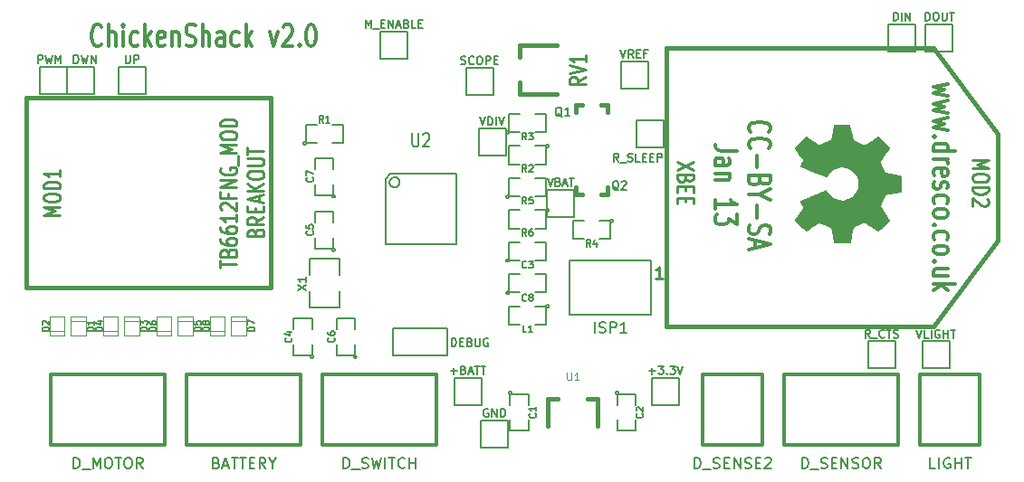
<source format=gto>
G04 (created by PCBNEW-RS274X (2012-01-19 BZR 3256)-stable) date Sat 12 Jan 2013 18:11:29 GMT*
G01*
G70*
G90*
%MOIN*%
G04 Gerber Fmt 3.4, Leading zero omitted, Abs format*
%FSLAX34Y34*%
G04 APERTURE LIST*
%ADD10C,0.006000*%
%ADD11C,0.012000*%
%ADD12C,0.011300*%
%ADD13C,0.015000*%
%ADD14C,0.005100*%
%ADD15C,0.004700*%
%ADD16C,0.005000*%
%ADD17C,0.008000*%
%ADD18C,0.000100*%
%ADD19C,0.004900*%
%ADD20C,0.007900*%
G04 APERTURE END LIST*
G54D10*
G54D11*
X43764Y-32531D02*
X43735Y-32569D01*
X43649Y-32607D01*
X43592Y-32607D01*
X43507Y-32569D01*
X43449Y-32493D01*
X43421Y-32416D01*
X43392Y-32264D01*
X43392Y-32150D01*
X43421Y-31997D01*
X43449Y-31921D01*
X43507Y-31845D01*
X43592Y-31807D01*
X43649Y-31807D01*
X43735Y-31845D01*
X43764Y-31883D01*
X44021Y-32607D02*
X44021Y-31807D01*
X44278Y-32607D02*
X44278Y-32188D01*
X44249Y-32112D01*
X44192Y-32073D01*
X44107Y-32073D01*
X44049Y-32112D01*
X44021Y-32150D01*
X44564Y-32607D02*
X44564Y-32073D01*
X44564Y-31807D02*
X44535Y-31845D01*
X44564Y-31883D01*
X44592Y-31845D01*
X44564Y-31807D01*
X44564Y-31883D01*
X45107Y-32569D02*
X45050Y-32607D01*
X44936Y-32607D01*
X44878Y-32569D01*
X44850Y-32531D01*
X44821Y-32454D01*
X44821Y-32226D01*
X44850Y-32150D01*
X44878Y-32112D01*
X44936Y-32073D01*
X45050Y-32073D01*
X45107Y-32112D01*
X45364Y-32607D02*
X45364Y-31807D01*
X45421Y-32302D02*
X45592Y-32607D01*
X45592Y-32073D02*
X45364Y-32378D01*
X46078Y-32569D02*
X46021Y-32607D01*
X45907Y-32607D01*
X45850Y-32569D01*
X45821Y-32493D01*
X45821Y-32188D01*
X45850Y-32112D01*
X45907Y-32073D01*
X46021Y-32073D01*
X46078Y-32112D01*
X46107Y-32188D01*
X46107Y-32264D01*
X45821Y-32340D01*
X46364Y-32073D02*
X46364Y-32607D01*
X46364Y-32150D02*
X46392Y-32112D01*
X46450Y-32073D01*
X46535Y-32073D01*
X46592Y-32112D01*
X46621Y-32188D01*
X46621Y-32607D01*
X46878Y-32569D02*
X46964Y-32607D01*
X47107Y-32607D01*
X47164Y-32569D01*
X47193Y-32531D01*
X47221Y-32454D01*
X47221Y-32378D01*
X47193Y-32302D01*
X47164Y-32264D01*
X47107Y-32226D01*
X46993Y-32188D01*
X46935Y-32150D01*
X46907Y-32112D01*
X46878Y-32035D01*
X46878Y-31959D01*
X46907Y-31883D01*
X46935Y-31845D01*
X46993Y-31807D01*
X47135Y-31807D01*
X47221Y-31845D01*
X47478Y-32607D02*
X47478Y-31807D01*
X47735Y-32607D02*
X47735Y-32188D01*
X47706Y-32112D01*
X47649Y-32073D01*
X47564Y-32073D01*
X47506Y-32112D01*
X47478Y-32150D01*
X48278Y-32607D02*
X48278Y-32188D01*
X48249Y-32112D01*
X48192Y-32073D01*
X48078Y-32073D01*
X48021Y-32112D01*
X48278Y-32569D02*
X48221Y-32607D01*
X48078Y-32607D01*
X48021Y-32569D01*
X47992Y-32493D01*
X47992Y-32416D01*
X48021Y-32340D01*
X48078Y-32302D01*
X48221Y-32302D01*
X48278Y-32264D01*
X48821Y-32569D02*
X48764Y-32607D01*
X48650Y-32607D01*
X48592Y-32569D01*
X48564Y-32531D01*
X48535Y-32454D01*
X48535Y-32226D01*
X48564Y-32150D01*
X48592Y-32112D01*
X48650Y-32073D01*
X48764Y-32073D01*
X48821Y-32112D01*
X49078Y-32607D02*
X49078Y-31807D01*
X49135Y-32302D02*
X49306Y-32607D01*
X49306Y-32073D02*
X49078Y-32378D01*
X49964Y-32073D02*
X50107Y-32607D01*
X50249Y-32073D01*
X50449Y-31883D02*
X50478Y-31845D01*
X50535Y-31807D01*
X50678Y-31807D01*
X50735Y-31845D01*
X50764Y-31883D01*
X50792Y-31959D01*
X50792Y-32035D01*
X50764Y-32150D01*
X50421Y-32607D01*
X50792Y-32607D01*
X51049Y-32531D02*
X51077Y-32569D01*
X51049Y-32607D01*
X51020Y-32569D01*
X51049Y-32531D01*
X51049Y-32607D01*
X51449Y-31807D02*
X51506Y-31807D01*
X51563Y-31845D01*
X51592Y-31883D01*
X51621Y-31959D01*
X51649Y-32112D01*
X51649Y-32302D01*
X51621Y-32454D01*
X51592Y-32531D01*
X51563Y-32569D01*
X51506Y-32607D01*
X51449Y-32607D01*
X51392Y-32569D01*
X51363Y-32531D01*
X51335Y-32454D01*
X51306Y-32302D01*
X51306Y-32112D01*
X51335Y-31959D01*
X51363Y-31883D01*
X51392Y-31845D01*
X51449Y-31807D01*
X67665Y-35761D02*
X67627Y-35732D01*
X67589Y-35646D01*
X67589Y-35589D01*
X67627Y-35504D01*
X67703Y-35446D01*
X67780Y-35418D01*
X67932Y-35389D01*
X68046Y-35389D01*
X68199Y-35418D01*
X68275Y-35446D01*
X68351Y-35504D01*
X68389Y-35589D01*
X68389Y-35646D01*
X68351Y-35732D01*
X68313Y-35761D01*
X67665Y-36361D02*
X67627Y-36332D01*
X67589Y-36246D01*
X67589Y-36189D01*
X67627Y-36104D01*
X67703Y-36046D01*
X67780Y-36018D01*
X67932Y-35989D01*
X68046Y-35989D01*
X68199Y-36018D01*
X68275Y-36046D01*
X68351Y-36104D01*
X68389Y-36189D01*
X68389Y-36246D01*
X68351Y-36332D01*
X68313Y-36361D01*
X67894Y-36618D02*
X67894Y-37075D01*
X68008Y-37561D02*
X67970Y-37647D01*
X67932Y-37675D01*
X67856Y-37704D01*
X67742Y-37704D01*
X67665Y-37675D01*
X67627Y-37647D01*
X67589Y-37589D01*
X67589Y-37361D01*
X68389Y-37361D01*
X68389Y-37561D01*
X68351Y-37618D01*
X68313Y-37647D01*
X68237Y-37675D01*
X68161Y-37675D01*
X68084Y-37647D01*
X68046Y-37618D01*
X68008Y-37561D01*
X68008Y-37361D01*
X67970Y-38075D02*
X67589Y-38075D01*
X68389Y-37875D02*
X67970Y-38075D01*
X68389Y-38275D01*
X67894Y-38475D02*
X67894Y-38932D01*
X67627Y-39189D02*
X67589Y-39275D01*
X67589Y-39418D01*
X67627Y-39475D01*
X67665Y-39504D01*
X67742Y-39532D01*
X67818Y-39532D01*
X67894Y-39504D01*
X67932Y-39475D01*
X67970Y-39418D01*
X68008Y-39304D01*
X68046Y-39246D01*
X68084Y-39218D01*
X68161Y-39189D01*
X68237Y-39189D01*
X68313Y-39218D01*
X68351Y-39246D01*
X68389Y-39304D01*
X68389Y-39446D01*
X68351Y-39532D01*
X67818Y-39760D02*
X67818Y-40046D01*
X67589Y-39703D02*
X68389Y-39903D01*
X67589Y-40103D01*
X67149Y-36460D02*
X66578Y-36460D01*
X66463Y-36432D01*
X66387Y-36375D01*
X66349Y-36289D01*
X66349Y-36232D01*
X66349Y-37003D02*
X66768Y-37003D01*
X66844Y-36974D01*
X66883Y-36917D01*
X66883Y-36803D01*
X66844Y-36746D01*
X66387Y-37003D02*
X66349Y-36946D01*
X66349Y-36803D01*
X66387Y-36746D01*
X66463Y-36717D01*
X66540Y-36717D01*
X66616Y-36746D01*
X66654Y-36803D01*
X66654Y-36946D01*
X66692Y-37003D01*
X66883Y-37289D02*
X66349Y-37289D01*
X66806Y-37289D02*
X66844Y-37317D01*
X66883Y-37375D01*
X66883Y-37460D01*
X66844Y-37517D01*
X66768Y-37546D01*
X66349Y-37546D01*
X66349Y-38603D02*
X66349Y-38260D01*
X66349Y-38432D02*
X67149Y-38432D01*
X67035Y-38375D01*
X66959Y-38317D01*
X66921Y-38260D01*
X67149Y-38803D02*
X67149Y-39174D01*
X66844Y-38974D01*
X66844Y-39060D01*
X66806Y-39117D01*
X66768Y-39146D01*
X66692Y-39174D01*
X66502Y-39174D01*
X66425Y-39146D01*
X66387Y-39117D01*
X66349Y-39060D01*
X66349Y-38888D01*
X66387Y-38831D01*
X66425Y-38803D01*
X74934Y-33980D02*
X74400Y-34094D01*
X74781Y-34208D01*
X74400Y-34323D01*
X74934Y-34437D01*
X74934Y-34609D02*
X74400Y-34723D01*
X74781Y-34837D01*
X74400Y-34952D01*
X74934Y-35066D01*
X74934Y-35238D02*
X74400Y-35352D01*
X74781Y-35466D01*
X74400Y-35581D01*
X74934Y-35695D01*
X74476Y-35924D02*
X74438Y-35952D01*
X74400Y-35924D01*
X74438Y-35895D01*
X74476Y-35924D01*
X74400Y-35924D01*
X74400Y-36467D02*
X75200Y-36467D01*
X74438Y-36467D02*
X74400Y-36410D01*
X74400Y-36296D01*
X74438Y-36238D01*
X74476Y-36210D01*
X74553Y-36181D01*
X74781Y-36181D01*
X74857Y-36210D01*
X74895Y-36238D01*
X74934Y-36296D01*
X74934Y-36410D01*
X74895Y-36467D01*
X74400Y-36753D02*
X74934Y-36753D01*
X74781Y-36753D02*
X74857Y-36781D01*
X74895Y-36810D01*
X74934Y-36867D01*
X74934Y-36924D01*
X74438Y-37352D02*
X74400Y-37295D01*
X74400Y-37181D01*
X74438Y-37124D01*
X74514Y-37095D01*
X74819Y-37095D01*
X74895Y-37124D01*
X74934Y-37181D01*
X74934Y-37295D01*
X74895Y-37352D01*
X74819Y-37381D01*
X74743Y-37381D01*
X74667Y-37095D01*
X74438Y-37609D02*
X74400Y-37666D01*
X74400Y-37781D01*
X74438Y-37838D01*
X74514Y-37866D01*
X74553Y-37866D01*
X74629Y-37838D01*
X74667Y-37781D01*
X74667Y-37695D01*
X74705Y-37638D01*
X74781Y-37609D01*
X74819Y-37609D01*
X74895Y-37638D01*
X74934Y-37695D01*
X74934Y-37781D01*
X74895Y-37838D01*
X74438Y-38381D02*
X74400Y-38324D01*
X74400Y-38210D01*
X74438Y-38152D01*
X74476Y-38124D01*
X74553Y-38095D01*
X74781Y-38095D01*
X74857Y-38124D01*
X74895Y-38152D01*
X74934Y-38210D01*
X74934Y-38324D01*
X74895Y-38381D01*
X74400Y-38724D02*
X74438Y-38666D01*
X74476Y-38638D01*
X74553Y-38609D01*
X74781Y-38609D01*
X74857Y-38638D01*
X74895Y-38666D01*
X74934Y-38724D01*
X74934Y-38809D01*
X74895Y-38866D01*
X74857Y-38895D01*
X74781Y-38924D01*
X74553Y-38924D01*
X74476Y-38895D01*
X74438Y-38866D01*
X74400Y-38809D01*
X74400Y-38724D01*
X74476Y-39181D02*
X74438Y-39209D01*
X74400Y-39181D01*
X74438Y-39152D01*
X74476Y-39181D01*
X74400Y-39181D01*
X74438Y-39724D02*
X74400Y-39667D01*
X74400Y-39553D01*
X74438Y-39495D01*
X74476Y-39467D01*
X74553Y-39438D01*
X74781Y-39438D01*
X74857Y-39467D01*
X74895Y-39495D01*
X74934Y-39553D01*
X74934Y-39667D01*
X74895Y-39724D01*
X74400Y-40067D02*
X74438Y-40009D01*
X74476Y-39981D01*
X74553Y-39952D01*
X74781Y-39952D01*
X74857Y-39981D01*
X74895Y-40009D01*
X74934Y-40067D01*
X74934Y-40152D01*
X74895Y-40209D01*
X74857Y-40238D01*
X74781Y-40267D01*
X74553Y-40267D01*
X74476Y-40238D01*
X74438Y-40209D01*
X74400Y-40152D01*
X74400Y-40067D01*
X74476Y-40524D02*
X74438Y-40552D01*
X74400Y-40524D01*
X74438Y-40495D01*
X74476Y-40524D01*
X74400Y-40524D01*
X74934Y-41067D02*
X74400Y-41067D01*
X74934Y-40810D02*
X74514Y-40810D01*
X74438Y-40838D01*
X74400Y-40896D01*
X74400Y-40981D01*
X74438Y-41038D01*
X74476Y-41067D01*
X74400Y-41353D02*
X75200Y-41353D01*
X74705Y-41410D02*
X74400Y-41581D01*
X74934Y-41581D02*
X74629Y-41353D01*
G54D12*
X64420Y-41166D02*
X64163Y-41166D01*
X64291Y-41166D02*
X64291Y-40716D01*
X64248Y-40780D01*
X64206Y-40823D01*
X64163Y-40845D01*
X75820Y-36813D02*
X76420Y-36813D01*
X75992Y-36963D01*
X76420Y-37113D01*
X75820Y-37113D01*
X76420Y-37413D02*
X76420Y-37499D01*
X76392Y-37541D01*
X76334Y-37584D01*
X76220Y-37606D01*
X76020Y-37606D01*
X75906Y-37584D01*
X75849Y-37541D01*
X75820Y-37499D01*
X75820Y-37413D01*
X75849Y-37370D01*
X75906Y-37327D01*
X76020Y-37306D01*
X76220Y-37306D01*
X76334Y-37327D01*
X76392Y-37370D01*
X76420Y-37413D01*
X75820Y-37798D02*
X76420Y-37798D01*
X76420Y-37905D01*
X76392Y-37970D01*
X76334Y-38012D01*
X76277Y-38034D01*
X76163Y-38055D01*
X76077Y-38055D01*
X75963Y-38034D01*
X75906Y-38012D01*
X75849Y-37970D01*
X75820Y-37905D01*
X75820Y-37798D01*
X76363Y-38227D02*
X76392Y-38248D01*
X76420Y-38291D01*
X76420Y-38398D01*
X76392Y-38441D01*
X76363Y-38462D01*
X76306Y-38484D01*
X76249Y-38484D01*
X76163Y-38462D01*
X75820Y-38205D01*
X75820Y-38484D01*
X65554Y-36856D02*
X64954Y-37156D01*
X65554Y-37156D02*
X64954Y-36856D01*
X65268Y-37478D02*
X65240Y-37542D01*
X65211Y-37564D01*
X65154Y-37585D01*
X65068Y-37585D01*
X65011Y-37564D01*
X64983Y-37542D01*
X64954Y-37500D01*
X64954Y-37328D01*
X65554Y-37328D01*
X65554Y-37478D01*
X65526Y-37521D01*
X65497Y-37542D01*
X65440Y-37564D01*
X65383Y-37564D01*
X65326Y-37542D01*
X65297Y-37521D01*
X65268Y-37478D01*
X65268Y-37328D01*
X65268Y-37778D02*
X65268Y-37928D01*
X64954Y-37992D02*
X64954Y-37778D01*
X65554Y-37778D01*
X65554Y-37992D01*
X65268Y-38185D02*
X65268Y-38335D01*
X64954Y-38399D02*
X64954Y-38185D01*
X65554Y-38185D01*
X65554Y-38399D01*
G54D13*
X74409Y-32678D02*
X76771Y-35827D01*
X76771Y-35827D02*
X76771Y-39764D01*
X76771Y-39764D02*
X74409Y-42914D01*
X74409Y-42914D02*
X64548Y-42914D01*
X64548Y-42914D02*
X64548Y-32678D01*
X64548Y-32678D02*
X74409Y-32678D01*
G54D14*
X56811Y-37284D02*
X56811Y-39882D01*
X56811Y-39882D02*
X54213Y-39882D01*
X54213Y-39882D02*
X54213Y-37481D01*
X54213Y-37481D02*
X54410Y-37284D01*
X54410Y-37284D02*
X56811Y-37284D01*
X54740Y-37614D02*
X54736Y-37650D01*
X54725Y-37685D01*
X54708Y-37718D01*
X54685Y-37746D01*
X54657Y-37769D01*
X54624Y-37787D01*
X54589Y-37798D01*
X54553Y-37801D01*
X54517Y-37798D01*
X54482Y-37788D01*
X54450Y-37771D01*
X54421Y-37748D01*
X54397Y-37720D01*
X54380Y-37688D01*
X54369Y-37653D01*
X54365Y-37616D01*
X54368Y-37581D01*
X54378Y-37545D01*
X54394Y-37513D01*
X54417Y-37484D01*
X54445Y-37460D01*
X54477Y-37442D01*
X54512Y-37431D01*
X54549Y-37427D01*
X54584Y-37429D01*
X54619Y-37439D01*
X54652Y-37456D01*
X54681Y-37478D01*
X54705Y-37506D01*
X54723Y-37538D01*
X54735Y-37573D01*
X54739Y-37609D01*
X54740Y-37614D01*
G54D13*
X60209Y-45587D02*
X60209Y-46611D01*
X61666Y-45587D02*
X62021Y-45587D01*
X62021Y-45587D02*
X62021Y-46611D01*
X60209Y-45587D02*
X60564Y-45587D01*
X61457Y-34763D02*
X61220Y-34763D01*
X61220Y-34763D02*
X61220Y-35039D01*
X62402Y-35039D02*
X62402Y-34763D01*
X62402Y-34763D02*
X62165Y-34763D01*
X62165Y-38071D02*
X62402Y-38071D01*
X62402Y-38071D02*
X62402Y-37795D01*
X61220Y-37795D02*
X61220Y-38071D01*
X61220Y-38071D02*
X61457Y-38071D01*
G54D15*
X44606Y-43267D02*
X44606Y-42559D01*
X44606Y-42559D02*
X45158Y-42559D01*
X45158Y-42559D02*
X45158Y-43267D01*
X45158Y-43267D02*
X44606Y-43267D01*
X44606Y-42716D02*
X45158Y-42716D01*
X48543Y-43267D02*
X48543Y-42559D01*
X48543Y-42559D02*
X49095Y-42559D01*
X49095Y-42559D02*
X49095Y-43267D01*
X49095Y-43267D02*
X48543Y-43267D01*
X48543Y-42716D02*
X49095Y-42716D01*
X48307Y-42559D02*
X48307Y-43267D01*
X48307Y-43267D02*
X47755Y-43267D01*
X47755Y-43267D02*
X47755Y-42559D01*
X47755Y-42559D02*
X48307Y-42559D01*
X48307Y-43110D02*
X47755Y-43110D01*
X46574Y-43267D02*
X46574Y-42559D01*
X46574Y-42559D02*
X47126Y-42559D01*
X47126Y-42559D02*
X47126Y-43267D01*
X47126Y-43267D02*
X46574Y-43267D01*
X46574Y-42716D02*
X47126Y-42716D01*
X46339Y-42559D02*
X46339Y-43267D01*
X46339Y-43267D02*
X45787Y-43267D01*
X45787Y-43267D02*
X45787Y-42559D01*
X45787Y-42559D02*
X46339Y-42559D01*
X46339Y-43110D02*
X45787Y-43110D01*
X44370Y-42559D02*
X44370Y-43267D01*
X44370Y-43267D02*
X43818Y-43267D01*
X43818Y-43267D02*
X43818Y-42559D01*
X43818Y-42559D02*
X44370Y-42559D01*
X44370Y-43110D02*
X43818Y-43110D01*
X42637Y-43267D02*
X42637Y-42559D01*
X42637Y-42559D02*
X43189Y-42559D01*
X43189Y-42559D02*
X43189Y-43267D01*
X43189Y-43267D02*
X42637Y-43267D01*
X42637Y-42716D02*
X43189Y-42716D01*
X42402Y-42559D02*
X42402Y-43267D01*
X42402Y-43267D02*
X41850Y-43267D01*
X41850Y-43267D02*
X41850Y-42559D01*
X41850Y-42559D02*
X42402Y-42559D01*
X42402Y-43110D02*
X41850Y-43110D01*
G54D16*
X58858Y-45371D02*
X58857Y-45380D01*
X58854Y-45390D01*
X58849Y-45398D01*
X58843Y-45406D01*
X58835Y-45412D01*
X58827Y-45417D01*
X58818Y-45419D01*
X58808Y-45420D01*
X58799Y-45420D01*
X58790Y-45417D01*
X58781Y-45412D01*
X58774Y-45406D01*
X58767Y-45399D01*
X58763Y-45390D01*
X58760Y-45381D01*
X58759Y-45371D01*
X58759Y-45362D01*
X58762Y-45353D01*
X58766Y-45344D01*
X58773Y-45337D01*
X58780Y-45330D01*
X58788Y-45326D01*
X58798Y-45323D01*
X58807Y-45322D01*
X58816Y-45322D01*
X58826Y-45325D01*
X58834Y-45329D01*
X58842Y-45335D01*
X58848Y-45343D01*
X58853Y-45351D01*
X58856Y-45360D01*
X58857Y-45370D01*
X58858Y-45371D01*
X58808Y-45821D02*
X58808Y-45421D01*
X58808Y-45421D02*
X59486Y-45421D01*
X59486Y-45420D02*
X59486Y-45820D01*
X59486Y-46377D02*
X59486Y-46777D01*
X59486Y-46777D02*
X58808Y-46777D01*
X58808Y-46778D02*
X58808Y-46378D01*
X60227Y-36275D02*
X60226Y-36284D01*
X60223Y-36294D01*
X60218Y-36302D01*
X60212Y-36310D01*
X60204Y-36316D01*
X60196Y-36321D01*
X60187Y-36323D01*
X60177Y-36324D01*
X60168Y-36324D01*
X60159Y-36321D01*
X60150Y-36316D01*
X60143Y-36310D01*
X60136Y-36303D01*
X60132Y-36294D01*
X60129Y-36285D01*
X60128Y-36275D01*
X60128Y-36266D01*
X60131Y-36257D01*
X60135Y-36248D01*
X60142Y-36241D01*
X60149Y-36234D01*
X60157Y-36230D01*
X60167Y-36227D01*
X60176Y-36226D01*
X60185Y-36226D01*
X60195Y-36229D01*
X60203Y-36233D01*
X60211Y-36239D01*
X60217Y-36247D01*
X60222Y-36255D01*
X60225Y-36264D01*
X60226Y-36274D01*
X60227Y-36275D01*
X59727Y-36275D02*
X60127Y-36275D01*
X60127Y-36275D02*
X60127Y-36953D01*
X60128Y-36953D02*
X59728Y-36953D01*
X59171Y-36953D02*
X58771Y-36953D01*
X58771Y-36953D02*
X58771Y-36275D01*
X58770Y-36275D02*
X59170Y-36275D01*
X51291Y-36166D02*
X51290Y-36175D01*
X51287Y-36185D01*
X51282Y-36193D01*
X51276Y-36201D01*
X51268Y-36207D01*
X51260Y-36212D01*
X51251Y-36214D01*
X51241Y-36215D01*
X51232Y-36215D01*
X51223Y-36212D01*
X51214Y-36207D01*
X51207Y-36201D01*
X51200Y-36194D01*
X51196Y-36185D01*
X51193Y-36176D01*
X51192Y-36166D01*
X51192Y-36157D01*
X51195Y-36148D01*
X51199Y-36139D01*
X51206Y-36132D01*
X51213Y-36125D01*
X51221Y-36121D01*
X51231Y-36118D01*
X51240Y-36117D01*
X51249Y-36117D01*
X51259Y-36120D01*
X51267Y-36124D01*
X51275Y-36130D01*
X51281Y-36138D01*
X51286Y-36146D01*
X51289Y-36155D01*
X51290Y-36165D01*
X51291Y-36166D01*
X51691Y-36166D02*
X51291Y-36166D01*
X51291Y-36166D02*
X51291Y-35488D01*
X51290Y-35488D02*
X51690Y-35488D01*
X52247Y-35488D02*
X52647Y-35488D01*
X52647Y-35488D02*
X52647Y-36166D01*
X52648Y-36166D02*
X52248Y-36166D01*
X58771Y-35772D02*
X58770Y-35781D01*
X58767Y-35791D01*
X58762Y-35799D01*
X58756Y-35807D01*
X58748Y-35813D01*
X58740Y-35818D01*
X58731Y-35820D01*
X58721Y-35821D01*
X58712Y-35821D01*
X58703Y-35818D01*
X58694Y-35813D01*
X58687Y-35807D01*
X58680Y-35800D01*
X58676Y-35791D01*
X58673Y-35782D01*
X58672Y-35772D01*
X58672Y-35763D01*
X58675Y-35754D01*
X58679Y-35745D01*
X58686Y-35738D01*
X58693Y-35731D01*
X58701Y-35727D01*
X58711Y-35724D01*
X58720Y-35723D01*
X58729Y-35723D01*
X58739Y-35726D01*
X58747Y-35730D01*
X58755Y-35736D01*
X58761Y-35744D01*
X58766Y-35752D01*
X58769Y-35761D01*
X58770Y-35771D01*
X58771Y-35772D01*
X59171Y-35772D02*
X58771Y-35772D01*
X58771Y-35772D02*
X58771Y-35094D01*
X58770Y-35094D02*
X59170Y-35094D01*
X59727Y-35094D02*
X60127Y-35094D01*
X60127Y-35094D02*
X60127Y-35772D01*
X60128Y-35772D02*
X59728Y-35772D01*
X62589Y-39031D02*
X62588Y-39040D01*
X62585Y-39050D01*
X62580Y-39058D01*
X62574Y-39066D01*
X62566Y-39072D01*
X62558Y-39077D01*
X62549Y-39079D01*
X62539Y-39080D01*
X62530Y-39080D01*
X62521Y-39077D01*
X62512Y-39072D01*
X62505Y-39066D01*
X62498Y-39059D01*
X62494Y-39050D01*
X62491Y-39041D01*
X62490Y-39031D01*
X62490Y-39022D01*
X62493Y-39013D01*
X62497Y-39004D01*
X62504Y-38997D01*
X62511Y-38990D01*
X62519Y-38986D01*
X62529Y-38983D01*
X62538Y-38982D01*
X62547Y-38982D01*
X62557Y-38985D01*
X62565Y-38989D01*
X62573Y-38995D01*
X62579Y-39003D01*
X62584Y-39011D01*
X62587Y-39020D01*
X62588Y-39030D01*
X62589Y-39031D01*
X62089Y-39031D02*
X62489Y-39031D01*
X62489Y-39031D02*
X62489Y-39709D01*
X62490Y-39709D02*
X62090Y-39709D01*
X61533Y-39709D02*
X61133Y-39709D01*
X61133Y-39709D02*
X61133Y-39031D01*
X61132Y-39031D02*
X61532Y-39031D01*
X58771Y-38134D02*
X58770Y-38143D01*
X58767Y-38153D01*
X58762Y-38161D01*
X58756Y-38169D01*
X58748Y-38175D01*
X58740Y-38180D01*
X58731Y-38182D01*
X58721Y-38183D01*
X58712Y-38183D01*
X58703Y-38180D01*
X58694Y-38175D01*
X58687Y-38169D01*
X58680Y-38162D01*
X58676Y-38153D01*
X58673Y-38144D01*
X58672Y-38134D01*
X58672Y-38125D01*
X58675Y-38116D01*
X58679Y-38107D01*
X58686Y-38100D01*
X58693Y-38093D01*
X58701Y-38089D01*
X58711Y-38086D01*
X58720Y-38085D01*
X58729Y-38085D01*
X58739Y-38088D01*
X58747Y-38092D01*
X58755Y-38098D01*
X58761Y-38106D01*
X58766Y-38114D01*
X58769Y-38123D01*
X58770Y-38133D01*
X58771Y-38134D01*
X59171Y-38134D02*
X58771Y-38134D01*
X58771Y-38134D02*
X58771Y-37456D01*
X58770Y-37456D02*
X59170Y-37456D01*
X59727Y-37456D02*
X60127Y-37456D01*
X60127Y-37456D02*
X60127Y-38134D01*
X60128Y-38134D02*
X59728Y-38134D01*
X60227Y-38637D02*
X60226Y-38646D01*
X60223Y-38656D01*
X60218Y-38664D01*
X60212Y-38672D01*
X60204Y-38678D01*
X60196Y-38683D01*
X60187Y-38685D01*
X60177Y-38686D01*
X60168Y-38686D01*
X60159Y-38683D01*
X60150Y-38678D01*
X60143Y-38672D01*
X60136Y-38665D01*
X60132Y-38656D01*
X60129Y-38647D01*
X60128Y-38637D01*
X60128Y-38628D01*
X60131Y-38619D01*
X60135Y-38610D01*
X60142Y-38603D01*
X60149Y-38596D01*
X60157Y-38592D01*
X60167Y-38589D01*
X60176Y-38588D01*
X60185Y-38588D01*
X60195Y-38591D01*
X60203Y-38595D01*
X60211Y-38601D01*
X60217Y-38609D01*
X60222Y-38617D01*
X60225Y-38626D01*
X60226Y-38636D01*
X60227Y-38637D01*
X59727Y-38637D02*
X60127Y-38637D01*
X60127Y-38637D02*
X60127Y-39315D01*
X60128Y-39315D02*
X59728Y-39315D01*
X59171Y-39315D02*
X58771Y-39315D01*
X58771Y-39315D02*
X58771Y-38637D01*
X58770Y-38637D02*
X59170Y-38637D01*
X60227Y-42181D02*
X60226Y-42190D01*
X60223Y-42200D01*
X60218Y-42208D01*
X60212Y-42216D01*
X60204Y-42222D01*
X60196Y-42227D01*
X60187Y-42229D01*
X60177Y-42230D01*
X60168Y-42230D01*
X60159Y-42227D01*
X60150Y-42222D01*
X60143Y-42216D01*
X60136Y-42209D01*
X60132Y-42200D01*
X60129Y-42191D01*
X60128Y-42181D01*
X60128Y-42172D01*
X60131Y-42163D01*
X60135Y-42154D01*
X60142Y-42147D01*
X60149Y-42140D01*
X60157Y-42136D01*
X60167Y-42133D01*
X60176Y-42132D01*
X60185Y-42132D01*
X60195Y-42135D01*
X60203Y-42139D01*
X60211Y-42145D01*
X60217Y-42153D01*
X60222Y-42161D01*
X60225Y-42170D01*
X60226Y-42180D01*
X60227Y-42181D01*
X59727Y-42181D02*
X60127Y-42181D01*
X60127Y-42181D02*
X60127Y-42859D01*
X60128Y-42859D02*
X59728Y-42859D01*
X59171Y-42859D02*
X58771Y-42859D01*
X58771Y-42859D02*
X58771Y-42181D01*
X58770Y-42181D02*
X59170Y-42181D01*
X62795Y-45371D02*
X62794Y-45380D01*
X62791Y-45390D01*
X62786Y-45398D01*
X62780Y-45406D01*
X62772Y-45412D01*
X62764Y-45417D01*
X62755Y-45419D01*
X62745Y-45420D01*
X62736Y-45420D01*
X62727Y-45417D01*
X62718Y-45412D01*
X62711Y-45406D01*
X62704Y-45399D01*
X62700Y-45390D01*
X62697Y-45381D01*
X62696Y-45371D01*
X62696Y-45362D01*
X62699Y-45353D01*
X62703Y-45344D01*
X62710Y-45337D01*
X62717Y-45330D01*
X62725Y-45326D01*
X62735Y-45323D01*
X62744Y-45322D01*
X62753Y-45322D01*
X62763Y-45325D01*
X62771Y-45329D01*
X62779Y-45335D01*
X62785Y-45343D01*
X62790Y-45351D01*
X62793Y-45360D01*
X62794Y-45370D01*
X62795Y-45371D01*
X62745Y-45821D02*
X62745Y-45421D01*
X62745Y-45421D02*
X63423Y-45421D01*
X63423Y-45420D02*
X63423Y-45820D01*
X63423Y-46377D02*
X63423Y-46777D01*
X63423Y-46777D02*
X62745Y-46777D01*
X62745Y-46778D02*
X62745Y-46378D01*
X58771Y-40496D02*
X58770Y-40505D01*
X58767Y-40515D01*
X58762Y-40523D01*
X58756Y-40531D01*
X58748Y-40537D01*
X58740Y-40542D01*
X58731Y-40544D01*
X58721Y-40545D01*
X58712Y-40545D01*
X58703Y-40542D01*
X58694Y-40537D01*
X58687Y-40531D01*
X58680Y-40524D01*
X58676Y-40515D01*
X58673Y-40506D01*
X58672Y-40496D01*
X58672Y-40487D01*
X58675Y-40478D01*
X58679Y-40469D01*
X58686Y-40462D01*
X58693Y-40455D01*
X58701Y-40451D01*
X58711Y-40448D01*
X58720Y-40447D01*
X58729Y-40447D01*
X58739Y-40450D01*
X58747Y-40454D01*
X58755Y-40460D01*
X58761Y-40468D01*
X58766Y-40476D01*
X58769Y-40485D01*
X58770Y-40495D01*
X58771Y-40496D01*
X59171Y-40496D02*
X58771Y-40496D01*
X58771Y-40496D02*
X58771Y-39818D01*
X58770Y-39818D02*
X59170Y-39818D01*
X59727Y-39818D02*
X60127Y-39818D01*
X60127Y-39818D02*
X60127Y-40496D01*
X60128Y-40496D02*
X59728Y-40496D01*
X51570Y-44035D02*
X51569Y-44044D01*
X51566Y-44054D01*
X51561Y-44062D01*
X51555Y-44070D01*
X51547Y-44076D01*
X51539Y-44081D01*
X51530Y-44083D01*
X51520Y-44084D01*
X51511Y-44084D01*
X51502Y-44081D01*
X51493Y-44076D01*
X51486Y-44070D01*
X51479Y-44063D01*
X51475Y-44054D01*
X51472Y-44045D01*
X51471Y-44035D01*
X51471Y-44026D01*
X51474Y-44017D01*
X51478Y-44008D01*
X51485Y-44001D01*
X51492Y-43994D01*
X51500Y-43990D01*
X51510Y-43987D01*
X51519Y-43986D01*
X51528Y-43986D01*
X51538Y-43989D01*
X51546Y-43993D01*
X51554Y-43999D01*
X51560Y-44007D01*
X51565Y-44015D01*
X51568Y-44024D01*
X51569Y-44034D01*
X51570Y-44035D01*
X51520Y-43585D02*
X51520Y-43985D01*
X51520Y-43985D02*
X50842Y-43985D01*
X50842Y-43986D02*
X50842Y-43586D01*
X50842Y-43029D02*
X50842Y-42629D01*
X50842Y-42629D02*
X51520Y-42629D01*
X51520Y-42628D02*
X51520Y-43028D01*
X52358Y-40098D02*
X52357Y-40107D01*
X52354Y-40117D01*
X52349Y-40125D01*
X52343Y-40133D01*
X52335Y-40139D01*
X52327Y-40144D01*
X52318Y-40146D01*
X52308Y-40147D01*
X52299Y-40147D01*
X52290Y-40144D01*
X52281Y-40139D01*
X52274Y-40133D01*
X52267Y-40126D01*
X52263Y-40117D01*
X52260Y-40108D01*
X52259Y-40098D01*
X52259Y-40089D01*
X52262Y-40080D01*
X52266Y-40071D01*
X52273Y-40064D01*
X52280Y-40057D01*
X52288Y-40053D01*
X52298Y-40050D01*
X52307Y-40049D01*
X52316Y-40049D01*
X52326Y-40052D01*
X52334Y-40056D01*
X52342Y-40062D01*
X52348Y-40070D01*
X52353Y-40078D01*
X52356Y-40087D01*
X52357Y-40097D01*
X52358Y-40098D01*
X52308Y-39648D02*
X52308Y-40048D01*
X52308Y-40048D02*
X51630Y-40048D01*
X51630Y-40049D02*
X51630Y-39649D01*
X51630Y-39092D02*
X51630Y-38692D01*
X51630Y-38692D02*
X52308Y-38692D01*
X52308Y-38691D02*
X52308Y-39091D01*
X53145Y-44035D02*
X53144Y-44044D01*
X53141Y-44054D01*
X53136Y-44062D01*
X53130Y-44070D01*
X53122Y-44076D01*
X53114Y-44081D01*
X53105Y-44083D01*
X53095Y-44084D01*
X53086Y-44084D01*
X53077Y-44081D01*
X53068Y-44076D01*
X53061Y-44070D01*
X53054Y-44063D01*
X53050Y-44054D01*
X53047Y-44045D01*
X53046Y-44035D01*
X53046Y-44026D01*
X53049Y-44017D01*
X53053Y-44008D01*
X53060Y-44001D01*
X53067Y-43994D01*
X53075Y-43990D01*
X53085Y-43987D01*
X53094Y-43986D01*
X53103Y-43986D01*
X53113Y-43989D01*
X53121Y-43993D01*
X53129Y-43999D01*
X53135Y-44007D01*
X53140Y-44015D01*
X53143Y-44024D01*
X53144Y-44034D01*
X53145Y-44035D01*
X53095Y-43585D02*
X53095Y-43985D01*
X53095Y-43985D02*
X52417Y-43985D01*
X52417Y-43986D02*
X52417Y-43586D01*
X52417Y-43029D02*
X52417Y-42629D01*
X52417Y-42629D02*
X53095Y-42629D01*
X53095Y-42628D02*
X53095Y-43028D01*
X52358Y-38130D02*
X52357Y-38139D01*
X52354Y-38149D01*
X52349Y-38157D01*
X52343Y-38165D01*
X52335Y-38171D01*
X52327Y-38176D01*
X52318Y-38178D01*
X52308Y-38179D01*
X52299Y-38179D01*
X52290Y-38176D01*
X52281Y-38171D01*
X52274Y-38165D01*
X52267Y-38158D01*
X52263Y-38149D01*
X52260Y-38140D01*
X52259Y-38130D01*
X52259Y-38121D01*
X52262Y-38112D01*
X52266Y-38103D01*
X52273Y-38096D01*
X52280Y-38089D01*
X52288Y-38085D01*
X52298Y-38082D01*
X52307Y-38081D01*
X52316Y-38081D01*
X52326Y-38084D01*
X52334Y-38088D01*
X52342Y-38094D01*
X52348Y-38102D01*
X52353Y-38110D01*
X52356Y-38119D01*
X52357Y-38129D01*
X52358Y-38130D01*
X52308Y-37680D02*
X52308Y-38080D01*
X52308Y-38080D02*
X51630Y-38080D01*
X51630Y-38081D02*
X51630Y-37681D01*
X51630Y-37124D02*
X51630Y-36724D01*
X51630Y-36724D02*
X52308Y-36724D01*
X52308Y-36723D02*
X52308Y-37123D01*
X58771Y-41678D02*
X58770Y-41687D01*
X58767Y-41697D01*
X58762Y-41705D01*
X58756Y-41713D01*
X58748Y-41719D01*
X58740Y-41724D01*
X58731Y-41726D01*
X58721Y-41727D01*
X58712Y-41727D01*
X58703Y-41724D01*
X58694Y-41719D01*
X58687Y-41713D01*
X58680Y-41706D01*
X58676Y-41697D01*
X58673Y-41688D01*
X58672Y-41678D01*
X58672Y-41669D01*
X58675Y-41660D01*
X58679Y-41651D01*
X58686Y-41644D01*
X58693Y-41637D01*
X58701Y-41633D01*
X58711Y-41630D01*
X58720Y-41629D01*
X58729Y-41629D01*
X58739Y-41632D01*
X58747Y-41636D01*
X58755Y-41642D01*
X58761Y-41650D01*
X58766Y-41658D01*
X58769Y-41667D01*
X58770Y-41677D01*
X58771Y-41678D01*
X59171Y-41678D02*
X58771Y-41678D01*
X58771Y-41678D02*
X58771Y-41000D01*
X58770Y-41000D02*
X59170Y-41000D01*
X59727Y-41000D02*
X60127Y-41000D01*
X60127Y-41000D02*
X60127Y-41678D01*
X60128Y-41678D02*
X59728Y-41678D01*
X51419Y-41639D02*
X51419Y-42239D01*
X51419Y-42239D02*
X52519Y-42239D01*
X52519Y-42239D02*
X52519Y-41639D01*
X52519Y-41039D02*
X52519Y-40439D01*
X52519Y-40439D02*
X51419Y-40439D01*
X51419Y-40439D02*
X51419Y-41039D01*
G54D11*
X51900Y-44700D02*
X51900Y-47300D01*
X56100Y-47300D02*
X56100Y-44700D01*
X51900Y-44700D02*
X56100Y-44700D01*
X56100Y-47300D02*
X51900Y-47300D01*
X68900Y-44700D02*
X68900Y-47300D01*
X73100Y-47300D02*
X73100Y-44700D01*
X68900Y-44700D02*
X73100Y-44700D01*
X73100Y-47300D02*
X68900Y-47300D01*
X41900Y-44700D02*
X41900Y-47300D01*
X46100Y-47300D02*
X46100Y-44700D01*
X41900Y-44700D02*
X46100Y-44700D01*
X46100Y-47300D02*
X41900Y-47300D01*
X46900Y-44700D02*
X46900Y-47300D01*
X51100Y-47300D02*
X51100Y-44700D01*
X46900Y-44700D02*
X51100Y-44700D01*
X51100Y-47300D02*
X46900Y-47300D01*
X73900Y-44700D02*
X73900Y-47300D01*
X76100Y-47300D02*
X76100Y-44700D01*
X73900Y-44700D02*
X76100Y-44700D01*
X76100Y-47300D02*
X73900Y-47300D01*
G54D17*
X61000Y-40500D02*
X64000Y-40500D01*
X64000Y-42500D02*
X61000Y-42500D01*
X61000Y-42500D02*
X61000Y-40500D01*
X64000Y-40500D02*
X64000Y-42500D01*
G54D10*
X54500Y-44000D02*
X54500Y-43000D01*
X54500Y-43000D02*
X56500Y-43000D01*
X56500Y-43000D02*
X56500Y-44000D01*
X56500Y-44000D02*
X54500Y-44000D01*
G54D11*
X65900Y-44700D02*
X65900Y-47300D01*
X68100Y-47300D02*
X68100Y-44700D01*
X65900Y-44700D02*
X68100Y-44700D01*
X68100Y-47300D02*
X65900Y-47300D01*
G54D13*
X50000Y-41500D02*
X50000Y-34500D01*
X41000Y-34500D02*
X41000Y-41500D01*
X41000Y-34500D02*
X50000Y-34500D01*
X50000Y-41500D02*
X41000Y-41500D01*
X59174Y-33937D02*
X59174Y-34371D01*
X59174Y-34371D02*
X60512Y-34371D01*
X59174Y-32993D02*
X59174Y-32559D01*
X59174Y-32559D02*
X60512Y-32559D01*
G54D10*
X57177Y-34398D02*
X57177Y-33398D01*
X57177Y-33398D02*
X58177Y-33398D01*
X58177Y-33398D02*
X58177Y-34398D01*
X58177Y-34398D02*
X57177Y-34398D01*
X56744Y-45815D02*
X56744Y-44815D01*
X56744Y-44815D02*
X57744Y-44815D01*
X57744Y-44815D02*
X57744Y-45815D01*
X57744Y-45815D02*
X56744Y-45815D01*
X64028Y-45815D02*
X64028Y-44815D01*
X64028Y-44815D02*
X65028Y-44815D01*
X65028Y-44815D02*
X65028Y-45815D01*
X65028Y-45815D02*
X64028Y-45815D01*
X57728Y-47390D02*
X57728Y-46390D01*
X57728Y-46390D02*
X58728Y-46390D01*
X58728Y-46390D02*
X58728Y-47390D01*
X58728Y-47390D02*
X57728Y-47390D01*
X57650Y-36642D02*
X57650Y-35642D01*
X57650Y-35642D02*
X58650Y-35642D01*
X58650Y-35642D02*
X58650Y-36642D01*
X58650Y-36642D02*
X57650Y-36642D01*
X73988Y-44476D02*
X73988Y-43476D01*
X73988Y-43476D02*
X74988Y-43476D01*
X74988Y-43476D02*
X74988Y-44476D01*
X74988Y-44476D02*
X73988Y-44476D01*
X62886Y-34161D02*
X62886Y-33161D01*
X62886Y-33161D02*
X63886Y-33161D01*
X63886Y-33161D02*
X63886Y-34161D01*
X63886Y-34161D02*
X62886Y-34161D01*
X54028Y-33059D02*
X54028Y-32059D01*
X54028Y-32059D02*
X55028Y-32059D01*
X55028Y-32059D02*
X55028Y-33059D01*
X55028Y-33059D02*
X54028Y-33059D01*
X44382Y-34358D02*
X44382Y-33358D01*
X44382Y-33358D02*
X45382Y-33358D01*
X45382Y-33358D02*
X45382Y-34358D01*
X45382Y-34358D02*
X44382Y-34358D01*
X41508Y-34358D02*
X41508Y-33358D01*
X41508Y-33358D02*
X42508Y-33358D01*
X42508Y-33358D02*
X42508Y-34358D01*
X42508Y-34358D02*
X41508Y-34358D01*
X42492Y-34358D02*
X42492Y-33358D01*
X42492Y-33358D02*
X43492Y-33358D01*
X43492Y-33358D02*
X43492Y-34358D01*
X43492Y-34358D02*
X42492Y-34358D01*
X60169Y-38886D02*
X60169Y-37886D01*
X60169Y-37886D02*
X61169Y-37886D01*
X61169Y-37886D02*
X61169Y-38886D01*
X61169Y-38886D02*
X60169Y-38886D01*
X74106Y-32783D02*
X74106Y-31783D01*
X74106Y-31783D02*
X75106Y-31783D01*
X75106Y-31783D02*
X75106Y-32783D01*
X75106Y-32783D02*
X74106Y-32783D01*
X72728Y-32783D02*
X72728Y-31783D01*
X72728Y-31783D02*
X73728Y-31783D01*
X73728Y-31783D02*
X73728Y-32783D01*
X73728Y-32783D02*
X72728Y-32783D01*
X63476Y-36327D02*
X63476Y-35327D01*
X63476Y-35327D02*
X64476Y-35327D01*
X64476Y-35327D02*
X64476Y-36327D01*
X64476Y-36327D02*
X63476Y-36327D01*
X71980Y-44476D02*
X71980Y-43476D01*
X71980Y-43476D02*
X72980Y-43476D01*
X72980Y-43476D02*
X72980Y-44476D01*
X72980Y-44476D02*
X71980Y-44476D01*
G54D18*
G36*
X69292Y-36349D02*
X69304Y-36372D01*
X69336Y-36423D01*
X69384Y-36496D01*
X69442Y-36583D01*
X69501Y-36670D01*
X69549Y-36741D01*
X69581Y-36791D01*
X69592Y-36812D01*
X69588Y-36823D01*
X69568Y-36864D01*
X69537Y-36924D01*
X69519Y-36959D01*
X69496Y-37014D01*
X69491Y-37041D01*
X69498Y-37046D01*
X69540Y-37066D01*
X69612Y-37097D01*
X69707Y-37139D01*
X69818Y-37186D01*
X69938Y-37237D01*
X70060Y-37288D01*
X70177Y-37336D01*
X70282Y-37379D01*
X70367Y-37413D01*
X70426Y-37436D01*
X70452Y-37444D01*
X70457Y-37442D01*
X70484Y-37414D01*
X70520Y-37366D01*
X70604Y-37263D01*
X70732Y-37160D01*
X70877Y-37098D01*
X71038Y-37077D01*
X71188Y-37095D01*
X71332Y-37154D01*
X71461Y-37254D01*
X71557Y-37375D01*
X71618Y-37517D01*
X71637Y-37677D01*
X71620Y-37830D01*
X71562Y-37976D01*
X71464Y-38106D01*
X71401Y-38160D01*
X71270Y-38235D01*
X71130Y-38278D01*
X71094Y-38283D01*
X70940Y-38276D01*
X70793Y-38231D01*
X70661Y-38150D01*
X70553Y-38037D01*
X70542Y-38023D01*
X70503Y-37970D01*
X70476Y-37935D01*
X70454Y-37908D01*
X69982Y-38104D01*
X69907Y-38135D01*
X69778Y-38189D01*
X69667Y-38236D01*
X69579Y-38274D01*
X69520Y-38300D01*
X69496Y-38312D01*
X69495Y-38313D01*
X69492Y-38330D01*
X69505Y-38366D01*
X69537Y-38432D01*
X69559Y-38476D01*
X69583Y-38526D01*
X69592Y-38548D01*
X69582Y-38567D01*
X69551Y-38615D01*
X69504Y-38685D01*
X69446Y-38770D01*
X69392Y-38850D01*
X69343Y-38924D01*
X69309Y-38978D01*
X69295Y-39004D01*
X69295Y-39008D01*
X69308Y-39031D01*
X69343Y-39073D01*
X69404Y-39138D01*
X69494Y-39229D01*
X69507Y-39243D01*
X69583Y-39317D01*
X69647Y-39378D01*
X69692Y-39419D01*
X69713Y-39433D01*
X69713Y-39433D01*
X69739Y-39420D01*
X69792Y-39386D01*
X69867Y-39337D01*
X69955Y-39277D01*
X70182Y-39121D01*
X70396Y-39207D01*
X70461Y-39233D01*
X70541Y-39267D01*
X70598Y-39292D01*
X70623Y-39304D01*
X70631Y-39328D01*
X70645Y-39386D01*
X70663Y-39471D01*
X70682Y-39573D01*
X70699Y-39669D01*
X70716Y-39756D01*
X70728Y-39820D01*
X70734Y-39848D01*
X70738Y-39855D01*
X70751Y-39860D01*
X70781Y-39864D01*
X70834Y-39866D01*
X70918Y-39867D01*
X71038Y-39867D01*
X71051Y-39867D01*
X71167Y-39866D01*
X71258Y-39864D01*
X71319Y-39861D01*
X71342Y-39857D01*
X71343Y-39857D01*
X71349Y-39830D01*
X71362Y-39768D01*
X71379Y-39681D01*
X71399Y-39577D01*
X71400Y-39570D01*
X71420Y-39467D01*
X71438Y-39380D01*
X71452Y-39319D01*
X71460Y-39293D01*
X71468Y-39288D01*
X71508Y-39267D01*
X71572Y-39237D01*
X71651Y-39203D01*
X71732Y-39169D01*
X71805Y-39140D01*
X71860Y-39120D01*
X71885Y-39114D01*
X71885Y-39115D01*
X71910Y-39130D01*
X71964Y-39166D01*
X72039Y-39216D01*
X72127Y-39277D01*
X72133Y-39281D01*
X72221Y-39341D01*
X72295Y-39389D01*
X72348Y-39421D01*
X72372Y-39433D01*
X72373Y-39433D01*
X72399Y-39413D01*
X72449Y-39369D01*
X72516Y-39305D01*
X72593Y-39228D01*
X72617Y-39204D01*
X72700Y-39119D01*
X72755Y-39059D01*
X72784Y-39023D01*
X72790Y-39005D01*
X72790Y-39004D01*
X72774Y-38978D01*
X72738Y-38923D01*
X72687Y-38848D01*
X72626Y-38759D01*
X72622Y-38753D01*
X72563Y-38665D01*
X72513Y-38592D01*
X72479Y-38540D01*
X72465Y-38518D01*
X72465Y-38514D01*
X72476Y-38478D01*
X72498Y-38416D01*
X72527Y-38339D01*
X72560Y-38258D01*
X72591Y-38185D01*
X72616Y-38129D01*
X72631Y-38103D01*
X72632Y-38103D01*
X72663Y-38093D01*
X72729Y-38078D01*
X72819Y-38060D01*
X72926Y-38039D01*
X72944Y-38036D01*
X73048Y-38016D01*
X73134Y-37999D01*
X73194Y-37987D01*
X73218Y-37981D01*
X73222Y-37966D01*
X73226Y-37915D01*
X73228Y-37837D01*
X73229Y-37743D01*
X73228Y-37644D01*
X73226Y-37547D01*
X73223Y-37464D01*
X73219Y-37405D01*
X73214Y-37381D01*
X73213Y-37380D01*
X73180Y-37371D01*
X73115Y-37356D01*
X73024Y-37338D01*
X72916Y-37317D01*
X72897Y-37313D01*
X72793Y-37294D01*
X72708Y-37276D01*
X72649Y-37264D01*
X72626Y-37257D01*
X72621Y-37248D01*
X72602Y-37205D01*
X72573Y-37135D01*
X72538Y-37049D01*
X72457Y-36848D01*
X72626Y-36602D01*
X72641Y-36579D01*
X72701Y-36491D01*
X72750Y-36418D01*
X72782Y-36368D01*
X72794Y-36347D01*
X72793Y-36345D01*
X72772Y-36321D01*
X72726Y-36272D01*
X72661Y-36205D01*
X72584Y-36128D01*
X72527Y-36071D01*
X72458Y-36003D01*
X72412Y-35960D01*
X72382Y-35937D01*
X72364Y-35928D01*
X72352Y-35930D01*
X72327Y-35946D01*
X72273Y-35982D01*
X72198Y-36033D01*
X72111Y-36093D01*
X72039Y-36142D01*
X71956Y-36195D01*
X71897Y-36230D01*
X71868Y-36242D01*
X71856Y-36239D01*
X71808Y-36222D01*
X71735Y-36193D01*
X71649Y-36156D01*
X71454Y-36070D01*
X71429Y-35943D01*
X71415Y-35865D01*
X71394Y-35757D01*
X71374Y-35654D01*
X71343Y-35492D01*
X70749Y-35486D01*
X70738Y-35511D01*
X70732Y-35535D01*
X70718Y-35595D01*
X70701Y-35681D01*
X70682Y-35781D01*
X70666Y-35867D01*
X70650Y-35954D01*
X70638Y-36016D01*
X70632Y-36044D01*
X70623Y-36051D01*
X70581Y-36072D01*
X70514Y-36103D01*
X70434Y-36137D01*
X70351Y-36172D01*
X70274Y-36202D01*
X70216Y-36224D01*
X70185Y-36232D01*
X70163Y-36220D01*
X70112Y-36187D01*
X70039Y-36139D01*
X69953Y-36081D01*
X69867Y-36022D01*
X69794Y-35972D01*
X69741Y-35938D01*
X69717Y-35923D01*
X69700Y-35930D01*
X69659Y-35965D01*
X69591Y-36030D01*
X69496Y-36126D01*
X69481Y-36142D01*
X69407Y-36219D01*
X69347Y-36284D01*
X69307Y-36329D01*
X69292Y-36349D01*
X69292Y-36349D01*
G37*
G54D17*
X55207Y-35804D02*
X55207Y-36209D01*
X55226Y-36257D01*
X55245Y-36281D01*
X55283Y-36304D01*
X55360Y-36304D01*
X55398Y-36281D01*
X55417Y-36257D01*
X55436Y-36209D01*
X55436Y-35804D01*
X55607Y-35852D02*
X55626Y-35828D01*
X55664Y-35804D01*
X55760Y-35804D01*
X55798Y-35828D01*
X55817Y-35852D01*
X55836Y-35900D01*
X55836Y-35947D01*
X55817Y-36019D01*
X55588Y-36304D01*
X55836Y-36304D01*
G54D19*
X60905Y-44636D02*
X60905Y-44859D01*
X60918Y-44885D01*
X60931Y-44899D01*
X60957Y-44912D01*
X61010Y-44912D01*
X61036Y-44899D01*
X61049Y-44885D01*
X61062Y-44859D01*
X61062Y-44636D01*
X61338Y-44912D02*
X61181Y-44912D01*
X61259Y-44912D02*
X61259Y-44636D01*
X61233Y-44675D01*
X61207Y-44701D01*
X61181Y-44715D01*
G54D20*
X60718Y-35196D02*
X60688Y-35181D01*
X60658Y-35151D01*
X60613Y-35106D01*
X60583Y-35091D01*
X60553Y-35091D01*
X60568Y-35166D02*
X60538Y-35151D01*
X60508Y-35121D01*
X60493Y-35061D01*
X60493Y-34956D01*
X60508Y-34896D01*
X60538Y-34866D01*
X60568Y-34851D01*
X60628Y-34851D01*
X60658Y-34866D01*
X60688Y-34896D01*
X60703Y-34956D01*
X60703Y-35061D01*
X60688Y-35121D01*
X60658Y-35151D01*
X60628Y-35166D01*
X60568Y-35166D01*
X61003Y-35166D02*
X60823Y-35166D01*
X60913Y-35166D02*
X60913Y-34851D01*
X60883Y-34896D01*
X60853Y-34926D01*
X60823Y-34941D01*
X62805Y-37913D02*
X62775Y-37898D01*
X62745Y-37868D01*
X62700Y-37823D01*
X62670Y-37808D01*
X62640Y-37808D01*
X62655Y-37883D02*
X62625Y-37868D01*
X62595Y-37838D01*
X62580Y-37778D01*
X62580Y-37673D01*
X62595Y-37613D01*
X62625Y-37583D01*
X62655Y-37568D01*
X62715Y-37568D01*
X62745Y-37583D01*
X62775Y-37613D01*
X62790Y-37673D01*
X62790Y-37778D01*
X62775Y-37838D01*
X62745Y-37868D01*
X62715Y-37883D01*
X62655Y-37883D01*
X62910Y-37598D02*
X62925Y-37583D01*
X62955Y-37568D01*
X63030Y-37568D01*
X63060Y-37583D01*
X63075Y-37598D01*
X63090Y-37628D01*
X63090Y-37658D01*
X63075Y-37703D01*
X62895Y-37883D01*
X63090Y-37883D01*
G54D16*
X43802Y-43097D02*
X43552Y-43097D01*
X43552Y-43038D01*
X43564Y-43002D01*
X43588Y-42978D01*
X43612Y-42967D01*
X43659Y-42955D01*
X43695Y-42955D01*
X43743Y-42967D01*
X43766Y-42978D01*
X43790Y-43002D01*
X43802Y-43038D01*
X43802Y-43097D01*
X43636Y-42740D02*
X43802Y-42740D01*
X43540Y-42800D02*
X43719Y-42859D01*
X43719Y-42705D01*
X47739Y-43097D02*
X47489Y-43097D01*
X47489Y-43038D01*
X47501Y-43002D01*
X47525Y-42978D01*
X47549Y-42967D01*
X47596Y-42955D01*
X47632Y-42955D01*
X47680Y-42967D01*
X47703Y-42978D01*
X47727Y-43002D01*
X47739Y-43038D01*
X47739Y-43097D01*
X47596Y-42812D02*
X47584Y-42836D01*
X47573Y-42847D01*
X47549Y-42859D01*
X47537Y-42859D01*
X47513Y-42847D01*
X47501Y-42836D01*
X47489Y-42812D01*
X47489Y-42764D01*
X47501Y-42740D01*
X47513Y-42728D01*
X47537Y-42717D01*
X47549Y-42717D01*
X47573Y-42728D01*
X47584Y-42740D01*
X47596Y-42764D01*
X47596Y-42812D01*
X47608Y-42836D01*
X47620Y-42847D01*
X47644Y-42859D01*
X47692Y-42859D01*
X47715Y-42847D01*
X47727Y-42836D01*
X47739Y-42812D01*
X47739Y-42764D01*
X47727Y-42740D01*
X47715Y-42728D01*
X47692Y-42717D01*
X47644Y-42717D01*
X47620Y-42728D01*
X47608Y-42740D01*
X47596Y-42764D01*
X49392Y-43097D02*
X49142Y-43097D01*
X49142Y-43038D01*
X49154Y-43002D01*
X49178Y-42978D01*
X49202Y-42967D01*
X49249Y-42955D01*
X49285Y-42955D01*
X49333Y-42967D01*
X49356Y-42978D01*
X49380Y-43002D01*
X49392Y-43038D01*
X49392Y-43097D01*
X49142Y-42871D02*
X49142Y-42705D01*
X49392Y-42812D01*
X45770Y-43097D02*
X45520Y-43097D01*
X45520Y-43038D01*
X45532Y-43002D01*
X45556Y-42978D01*
X45580Y-42967D01*
X45627Y-42955D01*
X45663Y-42955D01*
X45711Y-42967D01*
X45734Y-42978D01*
X45758Y-43002D01*
X45770Y-43038D01*
X45770Y-43097D01*
X45520Y-42740D02*
X45520Y-42788D01*
X45532Y-42812D01*
X45544Y-42824D01*
X45580Y-42847D01*
X45627Y-42859D01*
X45723Y-42859D01*
X45746Y-42847D01*
X45758Y-42836D01*
X45770Y-42812D01*
X45770Y-42764D01*
X45758Y-42740D01*
X45746Y-42728D01*
X45723Y-42717D01*
X45663Y-42717D01*
X45639Y-42728D01*
X45627Y-42740D01*
X45615Y-42764D01*
X45615Y-42812D01*
X45627Y-42836D01*
X45639Y-42847D01*
X45663Y-42859D01*
X47424Y-43097D02*
X47174Y-43097D01*
X47174Y-43038D01*
X47186Y-43002D01*
X47210Y-42978D01*
X47234Y-42967D01*
X47281Y-42955D01*
X47317Y-42955D01*
X47365Y-42967D01*
X47388Y-42978D01*
X47412Y-43002D01*
X47424Y-43038D01*
X47424Y-43097D01*
X47174Y-42728D02*
X47174Y-42847D01*
X47293Y-42859D01*
X47281Y-42847D01*
X47269Y-42824D01*
X47269Y-42764D01*
X47281Y-42740D01*
X47293Y-42728D01*
X47317Y-42717D01*
X47377Y-42717D01*
X47400Y-42728D01*
X47412Y-42740D01*
X47424Y-42764D01*
X47424Y-42824D01*
X47412Y-42847D01*
X47400Y-42859D01*
X45455Y-43097D02*
X45205Y-43097D01*
X45205Y-43038D01*
X45217Y-43002D01*
X45241Y-42978D01*
X45265Y-42967D01*
X45312Y-42955D01*
X45348Y-42955D01*
X45396Y-42967D01*
X45419Y-42978D01*
X45443Y-43002D01*
X45455Y-43038D01*
X45455Y-43097D01*
X45205Y-42871D02*
X45205Y-42717D01*
X45300Y-42800D01*
X45300Y-42764D01*
X45312Y-42740D01*
X45324Y-42728D01*
X45348Y-42717D01*
X45408Y-42717D01*
X45431Y-42728D01*
X45443Y-42740D01*
X45455Y-42764D01*
X45455Y-42836D01*
X45443Y-42859D01*
X45431Y-42871D01*
X41833Y-43097D02*
X41583Y-43097D01*
X41583Y-43038D01*
X41595Y-43002D01*
X41619Y-42978D01*
X41643Y-42967D01*
X41690Y-42955D01*
X41726Y-42955D01*
X41774Y-42967D01*
X41797Y-42978D01*
X41821Y-43002D01*
X41833Y-43038D01*
X41833Y-43097D01*
X41607Y-42859D02*
X41595Y-42847D01*
X41583Y-42824D01*
X41583Y-42764D01*
X41595Y-42740D01*
X41607Y-42728D01*
X41631Y-42717D01*
X41655Y-42717D01*
X41690Y-42728D01*
X41833Y-42871D01*
X41833Y-42717D01*
X43487Y-43097D02*
X43237Y-43097D01*
X43237Y-43038D01*
X43249Y-43002D01*
X43273Y-42978D01*
X43297Y-42967D01*
X43344Y-42955D01*
X43380Y-42955D01*
X43428Y-42967D01*
X43451Y-42978D01*
X43475Y-43002D01*
X43487Y-43038D01*
X43487Y-43097D01*
X43487Y-42717D02*
X43487Y-42859D01*
X43487Y-42788D02*
X43237Y-42788D01*
X43273Y-42812D01*
X43297Y-42836D01*
X43309Y-42859D01*
X59736Y-46141D02*
X59748Y-46153D01*
X59760Y-46188D01*
X59760Y-46212D01*
X59748Y-46248D01*
X59724Y-46272D01*
X59701Y-46283D01*
X59653Y-46295D01*
X59617Y-46295D01*
X59570Y-46283D01*
X59546Y-46272D01*
X59522Y-46248D01*
X59510Y-46212D01*
X59510Y-46188D01*
X59522Y-46153D01*
X59534Y-46141D01*
X59760Y-45903D02*
X59760Y-46045D01*
X59760Y-45974D02*
X59510Y-45974D01*
X59546Y-45998D01*
X59570Y-46022D01*
X59582Y-46045D01*
X59407Y-37227D02*
X59324Y-37108D01*
X59265Y-37227D02*
X59265Y-36977D01*
X59360Y-36977D01*
X59384Y-36989D01*
X59395Y-37001D01*
X59407Y-37025D01*
X59407Y-37061D01*
X59395Y-37084D01*
X59384Y-37096D01*
X59360Y-37108D01*
X59265Y-37108D01*
X59503Y-37001D02*
X59515Y-36989D01*
X59538Y-36977D01*
X59598Y-36977D01*
X59622Y-36989D01*
X59634Y-37001D01*
X59645Y-37025D01*
X59645Y-37049D01*
X59634Y-37084D01*
X59491Y-37227D01*
X59645Y-37227D01*
X51927Y-35416D02*
X51844Y-35297D01*
X51785Y-35416D02*
X51785Y-35166D01*
X51880Y-35166D01*
X51904Y-35178D01*
X51915Y-35190D01*
X51927Y-35214D01*
X51927Y-35250D01*
X51915Y-35273D01*
X51904Y-35285D01*
X51880Y-35297D01*
X51785Y-35297D01*
X52165Y-35416D02*
X52023Y-35416D01*
X52094Y-35416D02*
X52094Y-35166D01*
X52070Y-35202D01*
X52046Y-35226D01*
X52023Y-35238D01*
X59407Y-36046D02*
X59324Y-35927D01*
X59265Y-36046D02*
X59265Y-35796D01*
X59360Y-35796D01*
X59384Y-35808D01*
X59395Y-35820D01*
X59407Y-35844D01*
X59407Y-35880D01*
X59395Y-35903D01*
X59384Y-35915D01*
X59360Y-35927D01*
X59265Y-35927D01*
X59491Y-35796D02*
X59645Y-35796D01*
X59562Y-35891D01*
X59598Y-35891D01*
X59622Y-35903D01*
X59634Y-35915D01*
X59645Y-35939D01*
X59645Y-35999D01*
X59634Y-36022D01*
X59622Y-36034D01*
X59598Y-36046D01*
X59526Y-36046D01*
X59503Y-36034D01*
X59491Y-36022D01*
X61769Y-39983D02*
X61686Y-39864D01*
X61627Y-39983D02*
X61627Y-39733D01*
X61722Y-39733D01*
X61746Y-39745D01*
X61757Y-39757D01*
X61769Y-39781D01*
X61769Y-39817D01*
X61757Y-39840D01*
X61746Y-39852D01*
X61722Y-39864D01*
X61627Y-39864D01*
X61984Y-39817D02*
X61984Y-39983D01*
X61924Y-39721D02*
X61865Y-39900D01*
X62019Y-39900D01*
X59407Y-38408D02*
X59324Y-38289D01*
X59265Y-38408D02*
X59265Y-38158D01*
X59360Y-38158D01*
X59384Y-38170D01*
X59395Y-38182D01*
X59407Y-38206D01*
X59407Y-38242D01*
X59395Y-38265D01*
X59384Y-38277D01*
X59360Y-38289D01*
X59265Y-38289D01*
X59634Y-38158D02*
X59515Y-38158D01*
X59503Y-38277D01*
X59515Y-38265D01*
X59538Y-38253D01*
X59598Y-38253D01*
X59622Y-38265D01*
X59634Y-38277D01*
X59645Y-38301D01*
X59645Y-38361D01*
X59634Y-38384D01*
X59622Y-38396D01*
X59598Y-38408D01*
X59538Y-38408D01*
X59515Y-38396D01*
X59503Y-38384D01*
X59407Y-39589D02*
X59324Y-39470D01*
X59265Y-39589D02*
X59265Y-39339D01*
X59360Y-39339D01*
X59384Y-39351D01*
X59395Y-39363D01*
X59407Y-39387D01*
X59407Y-39423D01*
X59395Y-39446D01*
X59384Y-39458D01*
X59360Y-39470D01*
X59265Y-39470D01*
X59622Y-39339D02*
X59574Y-39339D01*
X59550Y-39351D01*
X59538Y-39363D01*
X59515Y-39399D01*
X59503Y-39446D01*
X59503Y-39542D01*
X59515Y-39565D01*
X59526Y-39577D01*
X59550Y-39589D01*
X59598Y-39589D01*
X59622Y-39577D01*
X59634Y-39565D01*
X59645Y-39542D01*
X59645Y-39482D01*
X59634Y-39458D01*
X59622Y-39446D01*
X59598Y-39434D01*
X59550Y-39434D01*
X59526Y-39446D01*
X59515Y-39458D01*
X59503Y-39482D01*
X59408Y-43133D02*
X59289Y-43133D01*
X59289Y-42883D01*
X59621Y-43133D02*
X59479Y-43133D01*
X59550Y-43133D02*
X59550Y-42883D01*
X59526Y-42919D01*
X59502Y-42943D01*
X59479Y-42955D01*
X63673Y-46141D02*
X63685Y-46153D01*
X63697Y-46188D01*
X63697Y-46212D01*
X63685Y-46248D01*
X63661Y-46272D01*
X63638Y-46283D01*
X63590Y-46295D01*
X63554Y-46295D01*
X63507Y-46283D01*
X63483Y-46272D01*
X63459Y-46248D01*
X63447Y-46212D01*
X63447Y-46188D01*
X63459Y-46153D01*
X63471Y-46141D01*
X63471Y-46045D02*
X63459Y-46033D01*
X63447Y-46010D01*
X63447Y-45950D01*
X63459Y-45926D01*
X63471Y-45914D01*
X63495Y-45903D01*
X63519Y-45903D01*
X63554Y-45914D01*
X63697Y-46057D01*
X63697Y-45903D01*
X59407Y-40746D02*
X59395Y-40758D01*
X59360Y-40770D01*
X59336Y-40770D01*
X59300Y-40758D01*
X59276Y-40734D01*
X59265Y-40711D01*
X59253Y-40663D01*
X59253Y-40627D01*
X59265Y-40580D01*
X59276Y-40556D01*
X59300Y-40532D01*
X59336Y-40520D01*
X59360Y-40520D01*
X59395Y-40532D01*
X59407Y-40544D01*
X59491Y-40520D02*
X59645Y-40520D01*
X59562Y-40615D01*
X59598Y-40615D01*
X59622Y-40627D01*
X59634Y-40639D01*
X59645Y-40663D01*
X59645Y-40723D01*
X59634Y-40746D01*
X59622Y-40758D01*
X59598Y-40770D01*
X59526Y-40770D01*
X59503Y-40758D01*
X59491Y-40746D01*
X50746Y-43349D02*
X50758Y-43361D01*
X50770Y-43396D01*
X50770Y-43420D01*
X50758Y-43456D01*
X50734Y-43480D01*
X50711Y-43491D01*
X50663Y-43503D01*
X50627Y-43503D01*
X50580Y-43491D01*
X50556Y-43480D01*
X50532Y-43456D01*
X50520Y-43420D01*
X50520Y-43396D01*
X50532Y-43361D01*
X50544Y-43349D01*
X50604Y-43134D02*
X50770Y-43134D01*
X50508Y-43194D02*
X50687Y-43253D01*
X50687Y-43099D01*
X51534Y-39412D02*
X51546Y-39424D01*
X51558Y-39459D01*
X51558Y-39483D01*
X51546Y-39519D01*
X51522Y-39543D01*
X51499Y-39554D01*
X51451Y-39566D01*
X51415Y-39566D01*
X51368Y-39554D01*
X51344Y-39543D01*
X51320Y-39519D01*
X51308Y-39483D01*
X51308Y-39459D01*
X51320Y-39424D01*
X51332Y-39412D01*
X51308Y-39185D02*
X51308Y-39304D01*
X51427Y-39316D01*
X51415Y-39304D01*
X51403Y-39281D01*
X51403Y-39221D01*
X51415Y-39197D01*
X51427Y-39185D01*
X51451Y-39174D01*
X51511Y-39174D01*
X51534Y-39185D01*
X51546Y-39197D01*
X51558Y-39221D01*
X51558Y-39281D01*
X51546Y-39304D01*
X51534Y-39316D01*
X52321Y-43349D02*
X52333Y-43361D01*
X52345Y-43396D01*
X52345Y-43420D01*
X52333Y-43456D01*
X52309Y-43480D01*
X52286Y-43491D01*
X52238Y-43503D01*
X52202Y-43503D01*
X52155Y-43491D01*
X52131Y-43480D01*
X52107Y-43456D01*
X52095Y-43420D01*
X52095Y-43396D01*
X52107Y-43361D01*
X52119Y-43349D01*
X52095Y-43134D02*
X52095Y-43182D01*
X52107Y-43206D01*
X52119Y-43218D01*
X52155Y-43241D01*
X52202Y-43253D01*
X52298Y-43253D01*
X52321Y-43241D01*
X52333Y-43230D01*
X52345Y-43206D01*
X52345Y-43158D01*
X52333Y-43134D01*
X52321Y-43122D01*
X52298Y-43111D01*
X52238Y-43111D01*
X52214Y-43122D01*
X52202Y-43134D01*
X52190Y-43158D01*
X52190Y-43206D01*
X52202Y-43230D01*
X52214Y-43241D01*
X52238Y-43253D01*
X51534Y-37444D02*
X51546Y-37456D01*
X51558Y-37491D01*
X51558Y-37515D01*
X51546Y-37551D01*
X51522Y-37575D01*
X51499Y-37586D01*
X51451Y-37598D01*
X51415Y-37598D01*
X51368Y-37586D01*
X51344Y-37575D01*
X51320Y-37551D01*
X51308Y-37515D01*
X51308Y-37491D01*
X51320Y-37456D01*
X51332Y-37444D01*
X51308Y-37360D02*
X51308Y-37194D01*
X51558Y-37301D01*
X59407Y-41967D02*
X59395Y-41979D01*
X59360Y-41991D01*
X59336Y-41991D01*
X59300Y-41979D01*
X59276Y-41955D01*
X59265Y-41932D01*
X59253Y-41884D01*
X59253Y-41848D01*
X59265Y-41801D01*
X59276Y-41777D01*
X59300Y-41753D01*
X59336Y-41741D01*
X59360Y-41741D01*
X59395Y-41753D01*
X59407Y-41765D01*
X59550Y-41848D02*
X59526Y-41836D01*
X59515Y-41825D01*
X59503Y-41801D01*
X59503Y-41789D01*
X59515Y-41765D01*
X59526Y-41753D01*
X59550Y-41741D01*
X59598Y-41741D01*
X59622Y-41753D01*
X59634Y-41765D01*
X59645Y-41789D01*
X59645Y-41801D01*
X59634Y-41825D01*
X59622Y-41836D01*
X59598Y-41848D01*
X59550Y-41848D01*
X59526Y-41860D01*
X59515Y-41872D01*
X59503Y-41896D01*
X59503Y-41944D01*
X59515Y-41967D01*
X59526Y-41979D01*
X59550Y-41991D01*
X59598Y-41991D01*
X59622Y-41979D01*
X59634Y-41967D01*
X59645Y-41944D01*
X59645Y-41896D01*
X59634Y-41872D01*
X59622Y-41860D01*
X59598Y-41848D01*
X51003Y-41582D02*
X51303Y-41382D01*
X51003Y-41382D02*
X51303Y-41582D01*
X51303Y-41110D02*
X51303Y-41282D01*
X51303Y-41196D02*
X51003Y-41196D01*
X51046Y-41225D01*
X51075Y-41253D01*
X51089Y-41282D01*
G54D17*
X52667Y-48162D02*
X52667Y-47762D01*
X52762Y-47762D01*
X52820Y-47781D01*
X52858Y-47819D01*
X52877Y-47857D01*
X52896Y-47933D01*
X52896Y-47990D01*
X52877Y-48067D01*
X52858Y-48105D01*
X52820Y-48143D01*
X52762Y-48162D01*
X52667Y-48162D01*
X52972Y-48200D02*
X53277Y-48200D01*
X53353Y-48143D02*
X53410Y-48162D01*
X53506Y-48162D01*
X53544Y-48143D01*
X53563Y-48124D01*
X53582Y-48086D01*
X53582Y-48048D01*
X53563Y-48010D01*
X53544Y-47990D01*
X53506Y-47971D01*
X53429Y-47952D01*
X53391Y-47933D01*
X53372Y-47914D01*
X53353Y-47876D01*
X53353Y-47838D01*
X53372Y-47800D01*
X53391Y-47781D01*
X53429Y-47762D01*
X53525Y-47762D01*
X53582Y-47781D01*
X53715Y-47762D02*
X53810Y-48162D01*
X53887Y-47876D01*
X53963Y-48162D01*
X54058Y-47762D01*
X54210Y-48162D02*
X54210Y-47762D01*
X54343Y-47762D02*
X54572Y-47762D01*
X54457Y-48162D02*
X54457Y-47762D01*
X54934Y-48124D02*
X54915Y-48143D01*
X54858Y-48162D01*
X54820Y-48162D01*
X54762Y-48143D01*
X54724Y-48105D01*
X54705Y-48067D01*
X54686Y-47990D01*
X54686Y-47933D01*
X54705Y-47857D01*
X54724Y-47819D01*
X54762Y-47781D01*
X54820Y-47762D01*
X54858Y-47762D01*
X54915Y-47781D01*
X54934Y-47800D01*
X55105Y-48162D02*
X55105Y-47762D01*
X55105Y-47952D02*
X55334Y-47952D01*
X55334Y-48162D02*
X55334Y-47762D01*
X69562Y-48162D02*
X69562Y-47762D01*
X69657Y-47762D01*
X69715Y-47781D01*
X69753Y-47819D01*
X69772Y-47857D01*
X69791Y-47933D01*
X69791Y-47990D01*
X69772Y-48067D01*
X69753Y-48105D01*
X69715Y-48143D01*
X69657Y-48162D01*
X69562Y-48162D01*
X69867Y-48200D02*
X70172Y-48200D01*
X70248Y-48143D02*
X70305Y-48162D01*
X70401Y-48162D01*
X70439Y-48143D01*
X70458Y-48124D01*
X70477Y-48086D01*
X70477Y-48048D01*
X70458Y-48010D01*
X70439Y-47990D01*
X70401Y-47971D01*
X70324Y-47952D01*
X70286Y-47933D01*
X70267Y-47914D01*
X70248Y-47876D01*
X70248Y-47838D01*
X70267Y-47800D01*
X70286Y-47781D01*
X70324Y-47762D01*
X70420Y-47762D01*
X70477Y-47781D01*
X70648Y-47952D02*
X70782Y-47952D01*
X70839Y-48162D02*
X70648Y-48162D01*
X70648Y-47762D01*
X70839Y-47762D01*
X71010Y-48162D02*
X71010Y-47762D01*
X71239Y-48162D01*
X71239Y-47762D01*
X71410Y-48143D02*
X71467Y-48162D01*
X71563Y-48162D01*
X71601Y-48143D01*
X71620Y-48124D01*
X71639Y-48086D01*
X71639Y-48048D01*
X71620Y-48010D01*
X71601Y-47990D01*
X71563Y-47971D01*
X71486Y-47952D01*
X71448Y-47933D01*
X71429Y-47914D01*
X71410Y-47876D01*
X71410Y-47838D01*
X71429Y-47800D01*
X71448Y-47781D01*
X71486Y-47762D01*
X71582Y-47762D01*
X71639Y-47781D01*
X71886Y-47762D02*
X71963Y-47762D01*
X72001Y-47781D01*
X72039Y-47819D01*
X72058Y-47895D01*
X72058Y-48029D01*
X72039Y-48105D01*
X72001Y-48143D01*
X71963Y-48162D01*
X71886Y-48162D01*
X71848Y-48143D01*
X71810Y-48105D01*
X71791Y-48029D01*
X71791Y-47895D01*
X71810Y-47819D01*
X71848Y-47781D01*
X71886Y-47762D01*
X72458Y-48162D02*
X72324Y-47971D01*
X72229Y-48162D02*
X72229Y-47762D01*
X72382Y-47762D01*
X72420Y-47781D01*
X72439Y-47800D01*
X72458Y-47838D01*
X72458Y-47895D01*
X72439Y-47933D01*
X72420Y-47952D01*
X72382Y-47971D01*
X72229Y-47971D01*
X42743Y-48162D02*
X42743Y-47762D01*
X42838Y-47762D01*
X42896Y-47781D01*
X42934Y-47819D01*
X42953Y-47857D01*
X42972Y-47933D01*
X42972Y-47990D01*
X42953Y-48067D01*
X42934Y-48105D01*
X42896Y-48143D01*
X42838Y-48162D01*
X42743Y-48162D01*
X43048Y-48200D02*
X43353Y-48200D01*
X43448Y-48162D02*
X43448Y-47762D01*
X43582Y-48048D01*
X43715Y-47762D01*
X43715Y-48162D01*
X43981Y-47762D02*
X44058Y-47762D01*
X44096Y-47781D01*
X44134Y-47819D01*
X44153Y-47895D01*
X44153Y-48029D01*
X44134Y-48105D01*
X44096Y-48143D01*
X44058Y-48162D01*
X43981Y-48162D01*
X43943Y-48143D01*
X43905Y-48105D01*
X43886Y-48029D01*
X43886Y-47895D01*
X43905Y-47819D01*
X43943Y-47781D01*
X43981Y-47762D01*
X44267Y-47762D02*
X44496Y-47762D01*
X44381Y-48162D02*
X44381Y-47762D01*
X44705Y-47762D02*
X44782Y-47762D01*
X44820Y-47781D01*
X44858Y-47819D01*
X44877Y-47895D01*
X44877Y-48029D01*
X44858Y-48105D01*
X44820Y-48143D01*
X44782Y-48162D01*
X44705Y-48162D01*
X44667Y-48143D01*
X44629Y-48105D01*
X44610Y-48029D01*
X44610Y-47895D01*
X44629Y-47819D01*
X44667Y-47781D01*
X44705Y-47762D01*
X45277Y-48162D02*
X45143Y-47971D01*
X45048Y-48162D02*
X45048Y-47762D01*
X45201Y-47762D01*
X45239Y-47781D01*
X45258Y-47800D01*
X45277Y-47838D01*
X45277Y-47895D01*
X45258Y-47933D01*
X45239Y-47952D01*
X45201Y-47971D01*
X45048Y-47971D01*
X48000Y-47952D02*
X48057Y-47971D01*
X48076Y-47990D01*
X48095Y-48029D01*
X48095Y-48086D01*
X48076Y-48124D01*
X48057Y-48143D01*
X48019Y-48162D01*
X47866Y-48162D01*
X47866Y-47762D01*
X48000Y-47762D01*
X48038Y-47781D01*
X48057Y-47800D01*
X48076Y-47838D01*
X48076Y-47876D01*
X48057Y-47914D01*
X48038Y-47933D01*
X48000Y-47952D01*
X47866Y-47952D01*
X48247Y-48048D02*
X48438Y-48048D01*
X48209Y-48162D02*
X48342Y-47762D01*
X48476Y-48162D01*
X48552Y-47762D02*
X48781Y-47762D01*
X48666Y-48162D02*
X48666Y-47762D01*
X48857Y-47762D02*
X49086Y-47762D01*
X48971Y-48162D02*
X48971Y-47762D01*
X49219Y-47952D02*
X49353Y-47952D01*
X49410Y-48162D02*
X49219Y-48162D01*
X49219Y-47762D01*
X49410Y-47762D01*
X49810Y-48162D02*
X49676Y-47971D01*
X49581Y-48162D02*
X49581Y-47762D01*
X49734Y-47762D01*
X49772Y-47781D01*
X49791Y-47800D01*
X49810Y-47838D01*
X49810Y-47895D01*
X49791Y-47933D01*
X49772Y-47952D01*
X49734Y-47971D01*
X49581Y-47971D01*
X50057Y-47971D02*
X50057Y-48162D01*
X49924Y-47762D02*
X50057Y-47971D01*
X50191Y-47762D01*
X74467Y-48162D02*
X74276Y-48162D01*
X74276Y-47762D01*
X74600Y-48162D02*
X74600Y-47762D01*
X75000Y-47781D02*
X74962Y-47762D01*
X74905Y-47762D01*
X74847Y-47781D01*
X74809Y-47819D01*
X74790Y-47857D01*
X74771Y-47933D01*
X74771Y-47990D01*
X74790Y-48067D01*
X74809Y-48105D01*
X74847Y-48143D01*
X74905Y-48162D01*
X74943Y-48162D01*
X75000Y-48143D01*
X75019Y-48124D01*
X75019Y-47990D01*
X74943Y-47990D01*
X75190Y-48162D02*
X75190Y-47762D01*
X75190Y-47952D02*
X75419Y-47952D01*
X75419Y-48162D02*
X75419Y-47762D01*
X75552Y-47762D02*
X75781Y-47762D01*
X75666Y-48162D02*
X75666Y-47762D01*
X61919Y-43162D02*
X61919Y-42762D01*
X62090Y-43143D02*
X62147Y-43162D01*
X62243Y-43162D01*
X62281Y-43143D01*
X62300Y-43124D01*
X62319Y-43086D01*
X62319Y-43048D01*
X62300Y-43010D01*
X62281Y-42990D01*
X62243Y-42971D01*
X62166Y-42952D01*
X62128Y-42933D01*
X62109Y-42914D01*
X62090Y-42876D01*
X62090Y-42838D01*
X62109Y-42800D01*
X62128Y-42781D01*
X62166Y-42762D01*
X62262Y-42762D01*
X62319Y-42781D01*
X62490Y-43162D02*
X62490Y-42762D01*
X62643Y-42762D01*
X62681Y-42781D01*
X62700Y-42800D01*
X62719Y-42838D01*
X62719Y-42895D01*
X62700Y-42933D01*
X62681Y-42952D01*
X62643Y-42971D01*
X62490Y-42971D01*
X63100Y-43162D02*
X62871Y-43162D01*
X62985Y-43162D02*
X62985Y-42762D01*
X62947Y-42819D01*
X62909Y-42857D01*
X62871Y-42876D01*
G54D10*
X56652Y-43664D02*
X56652Y-43364D01*
X56724Y-43364D01*
X56767Y-43379D01*
X56795Y-43407D01*
X56810Y-43436D01*
X56824Y-43493D01*
X56824Y-43536D01*
X56810Y-43593D01*
X56795Y-43622D01*
X56767Y-43650D01*
X56724Y-43664D01*
X56652Y-43664D01*
X56952Y-43507D02*
X57052Y-43507D01*
X57095Y-43664D02*
X56952Y-43664D01*
X56952Y-43364D01*
X57095Y-43364D01*
X57323Y-43507D02*
X57366Y-43522D01*
X57381Y-43536D01*
X57395Y-43564D01*
X57395Y-43607D01*
X57381Y-43636D01*
X57366Y-43650D01*
X57338Y-43664D01*
X57223Y-43664D01*
X57223Y-43364D01*
X57323Y-43364D01*
X57352Y-43379D01*
X57366Y-43393D01*
X57381Y-43422D01*
X57381Y-43450D01*
X57366Y-43479D01*
X57352Y-43493D01*
X57323Y-43507D01*
X57223Y-43507D01*
X57523Y-43364D02*
X57523Y-43607D01*
X57538Y-43636D01*
X57552Y-43650D01*
X57581Y-43664D01*
X57638Y-43664D01*
X57666Y-43650D01*
X57681Y-43636D01*
X57695Y-43607D01*
X57695Y-43364D01*
X57995Y-43379D02*
X57966Y-43364D01*
X57923Y-43364D01*
X57880Y-43379D01*
X57852Y-43407D01*
X57837Y-43436D01*
X57823Y-43493D01*
X57823Y-43536D01*
X57837Y-43593D01*
X57852Y-43622D01*
X57880Y-43650D01*
X57923Y-43664D01*
X57952Y-43664D01*
X57995Y-43650D01*
X58009Y-43636D01*
X58009Y-43536D01*
X57952Y-43536D01*
G54D17*
X65600Y-48162D02*
X65600Y-47762D01*
X65695Y-47762D01*
X65753Y-47781D01*
X65791Y-47819D01*
X65810Y-47857D01*
X65829Y-47933D01*
X65829Y-47990D01*
X65810Y-48067D01*
X65791Y-48105D01*
X65753Y-48143D01*
X65695Y-48162D01*
X65600Y-48162D01*
X65905Y-48200D02*
X66210Y-48200D01*
X66286Y-48143D02*
X66343Y-48162D01*
X66439Y-48162D01*
X66477Y-48143D01*
X66496Y-48124D01*
X66515Y-48086D01*
X66515Y-48048D01*
X66496Y-48010D01*
X66477Y-47990D01*
X66439Y-47971D01*
X66362Y-47952D01*
X66324Y-47933D01*
X66305Y-47914D01*
X66286Y-47876D01*
X66286Y-47838D01*
X66305Y-47800D01*
X66324Y-47781D01*
X66362Y-47762D01*
X66458Y-47762D01*
X66515Y-47781D01*
X66686Y-47952D02*
X66820Y-47952D01*
X66877Y-48162D02*
X66686Y-48162D01*
X66686Y-47762D01*
X66877Y-47762D01*
X67048Y-48162D02*
X67048Y-47762D01*
X67277Y-48162D01*
X67277Y-47762D01*
X67448Y-48143D02*
X67505Y-48162D01*
X67601Y-48162D01*
X67639Y-48143D01*
X67658Y-48124D01*
X67677Y-48086D01*
X67677Y-48048D01*
X67658Y-48010D01*
X67639Y-47990D01*
X67601Y-47971D01*
X67524Y-47952D01*
X67486Y-47933D01*
X67467Y-47914D01*
X67448Y-47876D01*
X67448Y-47838D01*
X67467Y-47800D01*
X67486Y-47781D01*
X67524Y-47762D01*
X67620Y-47762D01*
X67677Y-47781D01*
X67848Y-47952D02*
X67982Y-47952D01*
X68039Y-48162D02*
X67848Y-48162D01*
X67848Y-47762D01*
X68039Y-47762D01*
X68191Y-47800D02*
X68210Y-47781D01*
X68248Y-47762D01*
X68344Y-47762D01*
X68382Y-47781D01*
X68401Y-47800D01*
X68420Y-47838D01*
X68420Y-47876D01*
X68401Y-47933D01*
X68172Y-48162D01*
X68420Y-48162D01*
G54D12*
X42243Y-38825D02*
X41643Y-38825D01*
X42071Y-38675D01*
X41643Y-38525D01*
X42243Y-38525D01*
X41643Y-38225D02*
X41643Y-38139D01*
X41671Y-38097D01*
X41729Y-38054D01*
X41843Y-38032D01*
X42043Y-38032D01*
X42157Y-38054D01*
X42214Y-38097D01*
X42243Y-38139D01*
X42243Y-38225D01*
X42214Y-38268D01*
X42157Y-38311D01*
X42043Y-38332D01*
X41843Y-38332D01*
X41729Y-38311D01*
X41671Y-38268D01*
X41643Y-38225D01*
X42243Y-37840D02*
X41643Y-37840D01*
X41643Y-37733D01*
X41671Y-37668D01*
X41729Y-37626D01*
X41786Y-37604D01*
X41900Y-37583D01*
X41986Y-37583D01*
X42100Y-37604D01*
X42157Y-37626D01*
X42214Y-37668D01*
X42243Y-37733D01*
X42243Y-37840D01*
X42243Y-37154D02*
X42243Y-37411D01*
X42243Y-37283D02*
X41643Y-37283D01*
X41729Y-37326D01*
X41786Y-37368D01*
X41814Y-37411D01*
X48143Y-40754D02*
X48143Y-40497D01*
X48743Y-40626D02*
X48143Y-40626D01*
X48429Y-40197D02*
X48457Y-40133D01*
X48486Y-40111D01*
X48543Y-40090D01*
X48629Y-40090D01*
X48686Y-40111D01*
X48714Y-40133D01*
X48743Y-40175D01*
X48743Y-40347D01*
X48143Y-40347D01*
X48143Y-40197D01*
X48171Y-40154D01*
X48200Y-40133D01*
X48257Y-40111D01*
X48314Y-40111D01*
X48371Y-40133D01*
X48400Y-40154D01*
X48429Y-40197D01*
X48429Y-40347D01*
X48143Y-39704D02*
X48143Y-39790D01*
X48171Y-39833D01*
X48200Y-39854D01*
X48286Y-39897D01*
X48400Y-39918D01*
X48629Y-39918D01*
X48686Y-39897D01*
X48714Y-39875D01*
X48743Y-39833D01*
X48743Y-39747D01*
X48714Y-39704D01*
X48686Y-39683D01*
X48629Y-39661D01*
X48486Y-39661D01*
X48429Y-39683D01*
X48400Y-39704D01*
X48371Y-39747D01*
X48371Y-39833D01*
X48400Y-39875D01*
X48429Y-39897D01*
X48486Y-39918D01*
X48143Y-39275D02*
X48143Y-39361D01*
X48171Y-39404D01*
X48200Y-39425D01*
X48286Y-39468D01*
X48400Y-39489D01*
X48629Y-39489D01*
X48686Y-39468D01*
X48714Y-39446D01*
X48743Y-39404D01*
X48743Y-39318D01*
X48714Y-39275D01*
X48686Y-39254D01*
X48629Y-39232D01*
X48486Y-39232D01*
X48429Y-39254D01*
X48400Y-39275D01*
X48371Y-39318D01*
X48371Y-39404D01*
X48400Y-39446D01*
X48429Y-39468D01*
X48486Y-39489D01*
X48743Y-38803D02*
X48743Y-39060D01*
X48743Y-38932D02*
X48143Y-38932D01*
X48229Y-38975D01*
X48286Y-39017D01*
X48314Y-39060D01*
X48200Y-38631D02*
X48171Y-38610D01*
X48143Y-38567D01*
X48143Y-38460D01*
X48171Y-38417D01*
X48200Y-38396D01*
X48257Y-38374D01*
X48314Y-38374D01*
X48400Y-38396D01*
X48743Y-38653D01*
X48743Y-38374D01*
X48429Y-38031D02*
X48429Y-38181D01*
X48743Y-38181D02*
X48143Y-38181D01*
X48143Y-37967D01*
X48743Y-37795D02*
X48143Y-37795D01*
X48743Y-37538D01*
X48143Y-37538D01*
X48171Y-37088D02*
X48143Y-37131D01*
X48143Y-37195D01*
X48171Y-37260D01*
X48229Y-37302D01*
X48286Y-37324D01*
X48400Y-37345D01*
X48486Y-37345D01*
X48600Y-37324D01*
X48657Y-37302D01*
X48714Y-37260D01*
X48743Y-37195D01*
X48743Y-37152D01*
X48714Y-37088D01*
X48686Y-37067D01*
X48486Y-37067D01*
X48486Y-37152D01*
X48800Y-36981D02*
X48800Y-36638D01*
X48743Y-36531D02*
X48143Y-36531D01*
X48571Y-36381D01*
X48143Y-36231D01*
X48743Y-36231D01*
X48143Y-35931D02*
X48143Y-35845D01*
X48171Y-35803D01*
X48229Y-35760D01*
X48343Y-35738D01*
X48543Y-35738D01*
X48657Y-35760D01*
X48714Y-35803D01*
X48743Y-35845D01*
X48743Y-35931D01*
X48714Y-35974D01*
X48657Y-36017D01*
X48543Y-36038D01*
X48343Y-36038D01*
X48229Y-36017D01*
X48171Y-35974D01*
X48143Y-35931D01*
X48743Y-35546D02*
X48143Y-35546D01*
X48143Y-35439D01*
X48171Y-35374D01*
X48229Y-35332D01*
X48286Y-35310D01*
X48400Y-35289D01*
X48486Y-35289D01*
X48600Y-35310D01*
X48657Y-35332D01*
X48714Y-35374D01*
X48743Y-35439D01*
X48743Y-35546D01*
X49429Y-39457D02*
X49457Y-39393D01*
X49486Y-39371D01*
X49543Y-39350D01*
X49629Y-39350D01*
X49686Y-39371D01*
X49714Y-39393D01*
X49743Y-39435D01*
X49743Y-39607D01*
X49143Y-39607D01*
X49143Y-39457D01*
X49171Y-39414D01*
X49200Y-39393D01*
X49257Y-39371D01*
X49314Y-39371D01*
X49371Y-39393D01*
X49400Y-39414D01*
X49429Y-39457D01*
X49429Y-39607D01*
X49743Y-38900D02*
X49457Y-39050D01*
X49743Y-39157D02*
X49143Y-39157D01*
X49143Y-38985D01*
X49171Y-38943D01*
X49200Y-38921D01*
X49257Y-38900D01*
X49343Y-38900D01*
X49400Y-38921D01*
X49429Y-38943D01*
X49457Y-38985D01*
X49457Y-39157D01*
X49429Y-38707D02*
X49429Y-38557D01*
X49743Y-38493D02*
X49743Y-38707D01*
X49143Y-38707D01*
X49143Y-38493D01*
X49571Y-38321D02*
X49571Y-38107D01*
X49743Y-38364D02*
X49143Y-38214D01*
X49743Y-38064D01*
X49743Y-37914D02*
X49143Y-37914D01*
X49743Y-37657D02*
X49400Y-37850D01*
X49143Y-37657D02*
X49486Y-37914D01*
X49143Y-37378D02*
X49143Y-37292D01*
X49171Y-37250D01*
X49229Y-37207D01*
X49343Y-37185D01*
X49543Y-37185D01*
X49657Y-37207D01*
X49714Y-37250D01*
X49743Y-37292D01*
X49743Y-37378D01*
X49714Y-37421D01*
X49657Y-37464D01*
X49543Y-37485D01*
X49343Y-37485D01*
X49229Y-37464D01*
X49171Y-37421D01*
X49143Y-37378D01*
X49143Y-36993D02*
X49629Y-36993D01*
X49686Y-36971D01*
X49714Y-36950D01*
X49743Y-36907D01*
X49743Y-36821D01*
X49714Y-36779D01*
X49686Y-36757D01*
X49629Y-36736D01*
X49143Y-36736D01*
X49143Y-36586D02*
X49143Y-36329D01*
X49743Y-36458D02*
X49143Y-36458D01*
X61586Y-33733D02*
X61300Y-33883D01*
X61586Y-33990D02*
X60986Y-33990D01*
X60986Y-33818D01*
X61014Y-33776D01*
X61043Y-33754D01*
X61100Y-33733D01*
X61186Y-33733D01*
X61243Y-33754D01*
X61272Y-33776D01*
X61300Y-33818D01*
X61300Y-33990D01*
X60986Y-33604D02*
X61586Y-33454D01*
X60986Y-33304D01*
X61586Y-32918D02*
X61586Y-33175D01*
X61586Y-33047D02*
X60986Y-33047D01*
X61072Y-33090D01*
X61129Y-33132D01*
X61157Y-33175D01*
G54D10*
X56999Y-33255D02*
X57042Y-33269D01*
X57113Y-33269D01*
X57142Y-33255D01*
X57156Y-33241D01*
X57171Y-33212D01*
X57171Y-33184D01*
X57156Y-33155D01*
X57142Y-33141D01*
X57113Y-33127D01*
X57056Y-33112D01*
X57028Y-33098D01*
X57013Y-33084D01*
X56999Y-33055D01*
X56999Y-33027D01*
X57013Y-32998D01*
X57028Y-32984D01*
X57056Y-32969D01*
X57128Y-32969D01*
X57171Y-32984D01*
X57471Y-33241D02*
X57457Y-33255D01*
X57414Y-33269D01*
X57385Y-33269D01*
X57342Y-33255D01*
X57314Y-33227D01*
X57299Y-33198D01*
X57285Y-33141D01*
X57285Y-33098D01*
X57299Y-33041D01*
X57314Y-33012D01*
X57342Y-32984D01*
X57385Y-32969D01*
X57414Y-32969D01*
X57457Y-32984D01*
X57471Y-32998D01*
X57657Y-32969D02*
X57714Y-32969D01*
X57742Y-32984D01*
X57771Y-33012D01*
X57785Y-33069D01*
X57785Y-33169D01*
X57771Y-33227D01*
X57742Y-33255D01*
X57714Y-33269D01*
X57657Y-33269D01*
X57628Y-33255D01*
X57599Y-33227D01*
X57585Y-33169D01*
X57585Y-33069D01*
X57599Y-33012D01*
X57628Y-32984D01*
X57657Y-32969D01*
X57913Y-33269D02*
X57913Y-32969D01*
X58028Y-32969D01*
X58056Y-32984D01*
X58071Y-32998D01*
X58085Y-33027D01*
X58085Y-33069D01*
X58071Y-33098D01*
X58056Y-33112D01*
X58028Y-33127D01*
X57913Y-33127D01*
X58213Y-33112D02*
X58313Y-33112D01*
X58356Y-33269D02*
X58213Y-33269D01*
X58213Y-32969D01*
X58356Y-32969D01*
X56622Y-44572D02*
X56851Y-44572D01*
X56737Y-44686D02*
X56737Y-44458D01*
X57093Y-44529D02*
X57136Y-44544D01*
X57151Y-44558D01*
X57165Y-44586D01*
X57165Y-44629D01*
X57151Y-44658D01*
X57136Y-44672D01*
X57108Y-44686D01*
X56993Y-44686D01*
X56993Y-44386D01*
X57093Y-44386D01*
X57122Y-44401D01*
X57136Y-44415D01*
X57151Y-44444D01*
X57151Y-44472D01*
X57136Y-44501D01*
X57122Y-44515D01*
X57093Y-44529D01*
X56993Y-44529D01*
X57279Y-44601D02*
X57422Y-44601D01*
X57251Y-44686D02*
X57351Y-44386D01*
X57451Y-44686D01*
X57508Y-44386D02*
X57679Y-44386D01*
X57593Y-44686D02*
X57593Y-44386D01*
X57737Y-44386D02*
X57908Y-44386D01*
X57822Y-44686D02*
X57822Y-44386D01*
X63928Y-44572D02*
X64157Y-44572D01*
X64043Y-44686D02*
X64043Y-44458D01*
X64271Y-44386D02*
X64457Y-44386D01*
X64357Y-44501D01*
X64399Y-44501D01*
X64428Y-44515D01*
X64442Y-44529D01*
X64457Y-44558D01*
X64457Y-44629D01*
X64442Y-44658D01*
X64428Y-44672D01*
X64399Y-44686D01*
X64314Y-44686D01*
X64285Y-44672D01*
X64271Y-44658D01*
X64585Y-44658D02*
X64600Y-44672D01*
X64585Y-44686D01*
X64571Y-44672D01*
X64585Y-44658D01*
X64585Y-44686D01*
X64700Y-44386D02*
X64886Y-44386D01*
X64786Y-44501D01*
X64828Y-44501D01*
X64857Y-44515D01*
X64871Y-44529D01*
X64886Y-44558D01*
X64886Y-44629D01*
X64871Y-44658D01*
X64857Y-44672D01*
X64828Y-44686D01*
X64743Y-44686D01*
X64714Y-44672D01*
X64700Y-44658D01*
X64972Y-44386D02*
X65072Y-44686D01*
X65172Y-44386D01*
X58000Y-45976D02*
X57971Y-45961D01*
X57928Y-45961D01*
X57885Y-45976D01*
X57857Y-46004D01*
X57842Y-46033D01*
X57828Y-46090D01*
X57828Y-46133D01*
X57842Y-46190D01*
X57857Y-46219D01*
X57885Y-46247D01*
X57928Y-46261D01*
X57957Y-46261D01*
X58000Y-46247D01*
X58014Y-46233D01*
X58014Y-46133D01*
X57957Y-46133D01*
X58142Y-46261D02*
X58142Y-45961D01*
X58314Y-46261D01*
X58314Y-45961D01*
X58456Y-46261D02*
X58456Y-45961D01*
X58528Y-45961D01*
X58571Y-45976D01*
X58599Y-46004D01*
X58614Y-46033D01*
X58628Y-46090D01*
X58628Y-46133D01*
X58614Y-46190D01*
X58599Y-46219D01*
X58571Y-46247D01*
X58528Y-46261D01*
X58456Y-46261D01*
X57701Y-35213D02*
X57801Y-35513D01*
X57901Y-35213D01*
X58000Y-35513D02*
X58000Y-35213D01*
X58072Y-35213D01*
X58115Y-35228D01*
X58143Y-35256D01*
X58158Y-35285D01*
X58172Y-35342D01*
X58172Y-35385D01*
X58158Y-35442D01*
X58143Y-35471D01*
X58115Y-35499D01*
X58072Y-35513D01*
X58000Y-35513D01*
X58300Y-35513D02*
X58300Y-35213D01*
X58401Y-35213D02*
X58501Y-35513D01*
X58601Y-35213D01*
X73774Y-43047D02*
X73874Y-43347D01*
X73974Y-43047D01*
X74216Y-43347D02*
X74073Y-43347D01*
X74073Y-43047D01*
X74316Y-43347D02*
X74316Y-43047D01*
X74617Y-43062D02*
X74588Y-43047D01*
X74545Y-43047D01*
X74502Y-43062D01*
X74474Y-43090D01*
X74459Y-43119D01*
X74445Y-43176D01*
X74445Y-43219D01*
X74459Y-43276D01*
X74474Y-43305D01*
X74502Y-43333D01*
X74545Y-43347D01*
X74574Y-43347D01*
X74617Y-43333D01*
X74631Y-43319D01*
X74631Y-43219D01*
X74574Y-43219D01*
X74759Y-43347D02*
X74759Y-43047D01*
X74759Y-43190D02*
X74931Y-43190D01*
X74931Y-43347D02*
X74931Y-43047D01*
X75031Y-43047D02*
X75202Y-43047D01*
X75116Y-43347D02*
X75116Y-43047D01*
X62873Y-32732D02*
X62973Y-33032D01*
X63073Y-32732D01*
X63344Y-33032D02*
X63244Y-32890D01*
X63172Y-33032D02*
X63172Y-32732D01*
X63287Y-32732D01*
X63315Y-32747D01*
X63330Y-32761D01*
X63344Y-32790D01*
X63344Y-32832D01*
X63330Y-32861D01*
X63315Y-32875D01*
X63287Y-32890D01*
X63172Y-32890D01*
X63472Y-32875D02*
X63572Y-32875D01*
X63615Y-33032D02*
X63472Y-33032D01*
X63472Y-32732D01*
X63615Y-32732D01*
X63843Y-32875D02*
X63743Y-32875D01*
X63743Y-33032D02*
X63743Y-32732D01*
X63886Y-32732D01*
X53485Y-31930D02*
X53485Y-31630D01*
X53585Y-31845D01*
X53685Y-31630D01*
X53685Y-31930D01*
X53757Y-31959D02*
X53986Y-31959D01*
X54057Y-31773D02*
X54157Y-31773D01*
X54200Y-31930D02*
X54057Y-31930D01*
X54057Y-31630D01*
X54200Y-31630D01*
X54328Y-31930D02*
X54328Y-31630D01*
X54500Y-31930D01*
X54500Y-31630D01*
X54628Y-31845D02*
X54771Y-31845D01*
X54600Y-31930D02*
X54700Y-31630D01*
X54800Y-31930D01*
X54999Y-31773D02*
X55042Y-31788D01*
X55057Y-31802D01*
X55071Y-31830D01*
X55071Y-31873D01*
X55057Y-31902D01*
X55042Y-31916D01*
X55014Y-31930D01*
X54899Y-31930D01*
X54899Y-31630D01*
X54999Y-31630D01*
X55028Y-31645D01*
X55042Y-31659D01*
X55057Y-31688D01*
X55057Y-31716D01*
X55042Y-31745D01*
X55028Y-31759D01*
X54999Y-31773D01*
X54899Y-31773D01*
X55342Y-31930D02*
X55199Y-31930D01*
X55199Y-31630D01*
X55442Y-31773D02*
X55542Y-31773D01*
X55585Y-31930D02*
X55442Y-31930D01*
X55442Y-31630D01*
X55585Y-31630D01*
X44646Y-32929D02*
X44646Y-33172D01*
X44661Y-33201D01*
X44675Y-33215D01*
X44704Y-33229D01*
X44761Y-33229D01*
X44789Y-33215D01*
X44804Y-33201D01*
X44818Y-33172D01*
X44818Y-32929D01*
X44960Y-33229D02*
X44960Y-32929D01*
X45075Y-32929D01*
X45103Y-32944D01*
X45118Y-32958D01*
X45132Y-32987D01*
X45132Y-33029D01*
X45118Y-33058D01*
X45103Y-33072D01*
X45075Y-33087D01*
X44960Y-33087D01*
X41428Y-33231D02*
X41428Y-32931D01*
X41543Y-32931D01*
X41571Y-32946D01*
X41586Y-32960D01*
X41600Y-32989D01*
X41600Y-33031D01*
X41586Y-33060D01*
X41571Y-33074D01*
X41543Y-33089D01*
X41428Y-33089D01*
X41700Y-32931D02*
X41771Y-33231D01*
X41828Y-33017D01*
X41886Y-33231D01*
X41957Y-32931D01*
X42071Y-33231D02*
X42071Y-32931D01*
X42171Y-33146D01*
X42271Y-32931D01*
X42271Y-33231D01*
X42743Y-33231D02*
X42743Y-32931D01*
X42815Y-32931D01*
X42858Y-32946D01*
X42886Y-32974D01*
X42901Y-33003D01*
X42915Y-33060D01*
X42915Y-33103D01*
X42901Y-33160D01*
X42886Y-33189D01*
X42858Y-33217D01*
X42815Y-33231D01*
X42743Y-33231D01*
X43015Y-32931D02*
X43086Y-33231D01*
X43143Y-33017D01*
X43201Y-33231D01*
X43272Y-32931D01*
X43386Y-33231D02*
X43386Y-32931D01*
X43558Y-33231D01*
X43558Y-32931D01*
X60177Y-37457D02*
X60277Y-37757D01*
X60377Y-37457D01*
X60576Y-37600D02*
X60619Y-37615D01*
X60634Y-37629D01*
X60648Y-37657D01*
X60648Y-37700D01*
X60634Y-37729D01*
X60619Y-37743D01*
X60591Y-37757D01*
X60476Y-37757D01*
X60476Y-37457D01*
X60576Y-37457D01*
X60605Y-37472D01*
X60619Y-37486D01*
X60634Y-37515D01*
X60634Y-37543D01*
X60619Y-37572D01*
X60605Y-37586D01*
X60576Y-37600D01*
X60476Y-37600D01*
X60762Y-37672D02*
X60905Y-37672D01*
X60734Y-37757D02*
X60834Y-37457D01*
X60934Y-37757D01*
X60991Y-37457D02*
X61162Y-37457D01*
X61076Y-37757D02*
X61076Y-37457D01*
X74099Y-31654D02*
X74099Y-31354D01*
X74171Y-31354D01*
X74214Y-31369D01*
X74242Y-31397D01*
X74257Y-31426D01*
X74271Y-31483D01*
X74271Y-31526D01*
X74257Y-31583D01*
X74242Y-31612D01*
X74214Y-31640D01*
X74171Y-31654D01*
X74099Y-31654D01*
X74457Y-31354D02*
X74514Y-31354D01*
X74542Y-31369D01*
X74571Y-31397D01*
X74585Y-31454D01*
X74585Y-31554D01*
X74571Y-31612D01*
X74542Y-31640D01*
X74514Y-31654D01*
X74457Y-31654D01*
X74428Y-31640D01*
X74399Y-31612D01*
X74385Y-31554D01*
X74385Y-31454D01*
X74399Y-31397D01*
X74428Y-31369D01*
X74457Y-31354D01*
X74713Y-31354D02*
X74713Y-31597D01*
X74728Y-31626D01*
X74742Y-31640D01*
X74771Y-31654D01*
X74828Y-31654D01*
X74856Y-31640D01*
X74871Y-31626D01*
X74885Y-31597D01*
X74885Y-31354D01*
X74985Y-31354D02*
X75156Y-31354D01*
X75070Y-31654D02*
X75070Y-31354D01*
X72921Y-31654D02*
X72921Y-31354D01*
X72993Y-31354D01*
X73036Y-31369D01*
X73064Y-31397D01*
X73079Y-31426D01*
X73093Y-31483D01*
X73093Y-31526D01*
X73079Y-31583D01*
X73064Y-31612D01*
X73036Y-31640D01*
X72993Y-31654D01*
X72921Y-31654D01*
X73221Y-31654D02*
X73221Y-31354D01*
X73364Y-31654D02*
X73364Y-31354D01*
X73536Y-31654D01*
X73536Y-31354D01*
X62797Y-36853D02*
X62697Y-36711D01*
X62625Y-36853D02*
X62625Y-36553D01*
X62740Y-36553D01*
X62768Y-36568D01*
X62783Y-36582D01*
X62797Y-36611D01*
X62797Y-36653D01*
X62783Y-36682D01*
X62768Y-36696D01*
X62740Y-36711D01*
X62625Y-36711D01*
X62854Y-36882D02*
X63083Y-36882D01*
X63140Y-36839D02*
X63183Y-36853D01*
X63254Y-36853D01*
X63283Y-36839D01*
X63297Y-36825D01*
X63312Y-36796D01*
X63312Y-36768D01*
X63297Y-36739D01*
X63283Y-36725D01*
X63254Y-36711D01*
X63197Y-36696D01*
X63169Y-36682D01*
X63154Y-36668D01*
X63140Y-36639D01*
X63140Y-36611D01*
X63154Y-36582D01*
X63169Y-36568D01*
X63197Y-36553D01*
X63269Y-36553D01*
X63312Y-36568D01*
X63583Y-36853D02*
X63440Y-36853D01*
X63440Y-36553D01*
X63683Y-36696D02*
X63783Y-36696D01*
X63826Y-36853D02*
X63683Y-36853D01*
X63683Y-36553D01*
X63826Y-36553D01*
X63954Y-36696D02*
X64054Y-36696D01*
X64097Y-36853D02*
X63954Y-36853D01*
X63954Y-36553D01*
X64097Y-36553D01*
X64225Y-36853D02*
X64225Y-36553D01*
X64340Y-36553D01*
X64368Y-36568D01*
X64383Y-36582D01*
X64397Y-36611D01*
X64397Y-36653D01*
X64383Y-36682D01*
X64368Y-36696D01*
X64340Y-36711D01*
X64225Y-36711D01*
X72051Y-43347D02*
X71951Y-43205D01*
X71879Y-43347D02*
X71879Y-43047D01*
X71994Y-43047D01*
X72022Y-43062D01*
X72037Y-43076D01*
X72051Y-43105D01*
X72051Y-43147D01*
X72037Y-43176D01*
X72022Y-43190D01*
X71994Y-43205D01*
X71879Y-43205D01*
X72108Y-43376D02*
X72337Y-43376D01*
X72580Y-43319D02*
X72566Y-43333D01*
X72523Y-43347D01*
X72494Y-43347D01*
X72451Y-43333D01*
X72423Y-43305D01*
X72408Y-43276D01*
X72394Y-43219D01*
X72394Y-43176D01*
X72408Y-43119D01*
X72423Y-43090D01*
X72451Y-43062D01*
X72494Y-43047D01*
X72523Y-43047D01*
X72566Y-43062D01*
X72580Y-43076D01*
X72666Y-43047D02*
X72837Y-43047D01*
X72751Y-43347D02*
X72751Y-43047D01*
X72923Y-43333D02*
X72966Y-43347D01*
X73037Y-43347D01*
X73066Y-43333D01*
X73080Y-43319D01*
X73095Y-43290D01*
X73095Y-43262D01*
X73080Y-43233D01*
X73066Y-43219D01*
X73037Y-43205D01*
X72980Y-43190D01*
X72952Y-43176D01*
X72937Y-43162D01*
X72923Y-43133D01*
X72923Y-43105D01*
X72937Y-43076D01*
X72952Y-43062D01*
X72980Y-43047D01*
X73052Y-43047D01*
X73095Y-43062D01*
M02*

</source>
